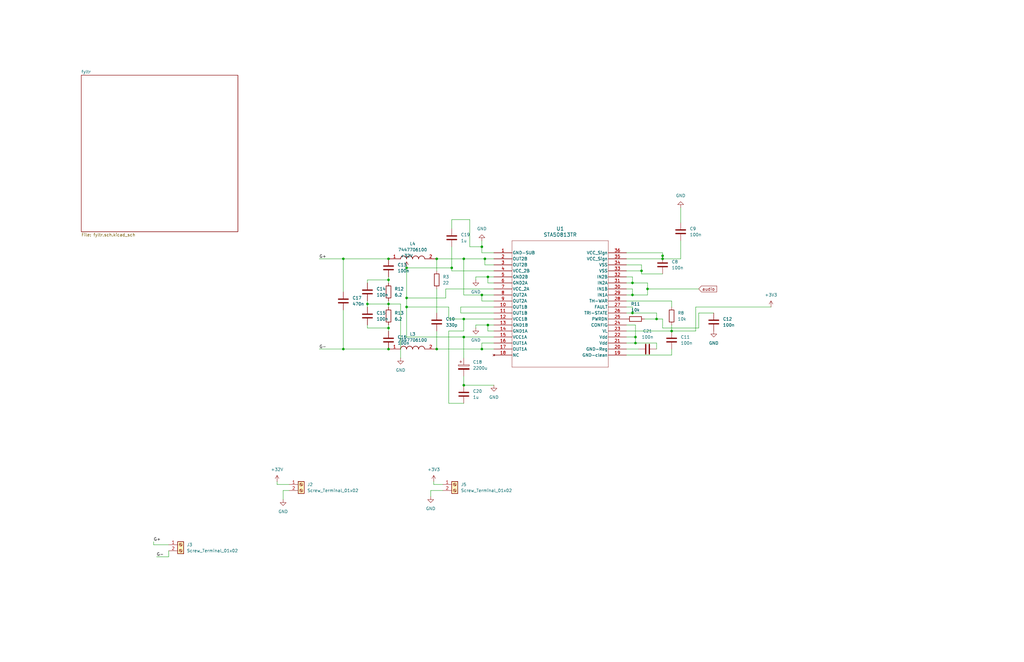
<source format=kicad_sch>
(kicad_sch
	(version 20231120)
	(generator "eeschema")
	(generator_version "8.0")
	(uuid "775683e1-fe23-4f16-8a19-3b8349fd81b1")
	(paper "B")
	(lib_symbols
		(symbol "2024-11-27_12-22-18:STA50813TR"
			(pin_names
				(offset 0.254)
			)
			(exclude_from_sim no)
			(in_bom yes)
			(on_board yes)
			(property "Reference" "U"
				(at 27.94 10.16 0)
				(effects
					(font
						(size 1.524 1.524)
					)
				)
			)
			(property "Value" "STA50813TR"
				(at 27.94 7.62 0)
				(effects
					(font
						(size 1.524 1.524)
					)
				)
			)
			(property "Footprint" "SO_50813TR_STM"
				(at 0 0 0)
				(effects
					(font
						(size 1.27 1.27)
						(italic yes)
					)
					(hide yes)
				)
			)
			(property "Datasheet" "STA50813TR"
				(at 0 0 0)
				(effects
					(font
						(size 1.27 1.27)
						(italic yes)
					)
					(hide yes)
				)
			)
			(property "Description" ""
				(at 0 0 0)
				(effects
					(font
						(size 1.27 1.27)
					)
					(hide yes)
				)
			)
			(property "ki_locked" ""
				(at 0 0 0)
				(effects
					(font
						(size 1.27 1.27)
					)
				)
			)
			(property "ki_keywords" "STA50813TR"
				(at 0 0 0)
				(effects
					(font
						(size 1.27 1.27)
					)
					(hide yes)
				)
			)
			(property "ki_fp_filters" "SO_50813TR_STM SO_50813TR_STM-M SO_50813TR_STM-L"
				(at 0 0 0)
				(effects
					(font
						(size 1.27 1.27)
					)
					(hide yes)
				)
			)
			(symbol "STA50813TR_0_1"
				(polyline
					(pts
						(xy 7.62 -48.26) (xy 48.26 -48.26)
					)
					(stroke
						(width 0.127)
						(type default)
					)
					(fill
						(type none)
					)
				)
				(polyline
					(pts
						(xy 7.62 5.08) (xy 7.62 -48.26)
					)
					(stroke
						(width 0.127)
						(type default)
					)
					(fill
						(type none)
					)
				)
				(polyline
					(pts
						(xy 48.26 -48.26) (xy 48.26 5.08)
					)
					(stroke
						(width 0.127)
						(type default)
					)
					(fill
						(type none)
					)
				)
				(polyline
					(pts
						(xy 48.26 5.08) (xy 7.62 5.08)
					)
					(stroke
						(width 0.127)
						(type default)
					)
					(fill
						(type none)
					)
				)
				(pin power_out line
					(at 0 0 0)
					(length 7.62)
					(name "GND-SUB"
						(effects
							(font
								(size 1.27 1.27)
							)
						)
					)
					(number "1"
						(effects
							(font
								(size 1.27 1.27)
							)
						)
					)
				)
				(pin output line
					(at 0 -22.86 0)
					(length 7.62)
					(name "OUT1B"
						(effects
							(font
								(size 1.27 1.27)
							)
						)
					)
					(number "10"
						(effects
							(font
								(size 1.27 1.27)
							)
						)
					)
				)
				(pin output line
					(at 0 -25.4 0)
					(length 7.62)
					(name "OUT1B"
						(effects
							(font
								(size 1.27 1.27)
							)
						)
					)
					(number "11"
						(effects
							(font
								(size 1.27 1.27)
							)
						)
					)
				)
				(pin power_in line
					(at 0 -27.94 0)
					(length 7.62)
					(name "VCC1B"
						(effects
							(font
								(size 1.27 1.27)
							)
						)
					)
					(number "12"
						(effects
							(font
								(size 1.27 1.27)
							)
						)
					)
				)
				(pin power_out line
					(at 0 -30.48 0)
					(length 7.62)
					(name "GND1B"
						(effects
							(font
								(size 1.27 1.27)
							)
						)
					)
					(number "13"
						(effects
							(font
								(size 1.27 1.27)
							)
						)
					)
				)
				(pin power_out line
					(at 0 -33.02 0)
					(length 7.62)
					(name "GND1A"
						(effects
							(font
								(size 1.27 1.27)
							)
						)
					)
					(number "14"
						(effects
							(font
								(size 1.27 1.27)
							)
						)
					)
				)
				(pin power_in line
					(at 0 -35.56 0)
					(length 7.62)
					(name "VCC1A"
						(effects
							(font
								(size 1.27 1.27)
							)
						)
					)
					(number "15"
						(effects
							(font
								(size 1.27 1.27)
							)
						)
					)
				)
				(pin output line
					(at 0 -38.1 0)
					(length 7.62)
					(name "OUT1A"
						(effects
							(font
								(size 1.27 1.27)
							)
						)
					)
					(number "16"
						(effects
							(font
								(size 1.27 1.27)
							)
						)
					)
				)
				(pin output line
					(at 0 -40.64 0)
					(length 7.62)
					(name "OUT1A"
						(effects
							(font
								(size 1.27 1.27)
							)
						)
					)
					(number "17"
						(effects
							(font
								(size 1.27 1.27)
							)
						)
					)
				)
				(pin no_connect line
					(at 0 -43.18 0)
					(length 7.62)
					(name "NC"
						(effects
							(font
								(size 1.27 1.27)
							)
						)
					)
					(number "18"
						(effects
							(font
								(size 1.27 1.27)
							)
						)
					)
				)
				(pin power_out line
					(at 55.88 -43.18 180)
					(length 7.62)
					(name "GND-clean"
						(effects
							(font
								(size 1.27 1.27)
							)
						)
					)
					(number "19"
						(effects
							(font
								(size 1.27 1.27)
							)
						)
					)
				)
				(pin output line
					(at 0 -2.54 0)
					(length 7.62)
					(name "OUT2B"
						(effects
							(font
								(size 1.27 1.27)
							)
						)
					)
					(number "2"
						(effects
							(font
								(size 1.27 1.27)
							)
						)
					)
				)
				(pin power_out line
					(at 55.88 -40.64 180)
					(length 7.62)
					(name "GND-Reg"
						(effects
							(font
								(size 1.27 1.27)
							)
						)
					)
					(number "20"
						(effects
							(font
								(size 1.27 1.27)
							)
						)
					)
				)
				(pin power_in line
					(at 55.88 -38.1 180)
					(length 7.62)
					(name "Vdd"
						(effects
							(font
								(size 1.27 1.27)
							)
						)
					)
					(number "21"
						(effects
							(font
								(size 1.27 1.27)
							)
						)
					)
				)
				(pin power_in line
					(at 55.88 -35.56 180)
					(length 7.62)
					(name "Vdd"
						(effects
							(font
								(size 1.27 1.27)
							)
						)
					)
					(number "22"
						(effects
							(font
								(size 1.27 1.27)
							)
						)
					)
				)
				(pin unspecified line
					(at 55.88 -33.02 180)
					(length 7.62)
					(name "VL"
						(effects
							(font
								(size 1.27 1.27)
							)
						)
					)
					(number "23"
						(effects
							(font
								(size 1.27 1.27)
							)
						)
					)
				)
				(pin unspecified line
					(at 55.88 -30.48 180)
					(length 7.62)
					(name "CONFIG"
						(effects
							(font
								(size 1.27 1.27)
							)
						)
					)
					(number "24"
						(effects
							(font
								(size 1.27 1.27)
							)
						)
					)
				)
				(pin unspecified line
					(at 55.88 -27.94 180)
					(length 7.62)
					(name "PWRDN"
						(effects
							(font
								(size 1.27 1.27)
							)
						)
					)
					(number "25"
						(effects
							(font
								(size 1.27 1.27)
							)
						)
					)
				)
				(pin unspecified line
					(at 55.88 -25.4 180)
					(length 7.62)
					(name "TRI-STATE"
						(effects
							(font
								(size 1.27 1.27)
							)
						)
					)
					(number "26"
						(effects
							(font
								(size 1.27 1.27)
							)
						)
					)
				)
				(pin unspecified line
					(at 55.88 -22.86 180)
					(length 7.62)
					(name "FAULT"
						(effects
							(font
								(size 1.27 1.27)
							)
						)
					)
					(number "27"
						(effects
							(font
								(size 1.27 1.27)
							)
						)
					)
				)
				(pin unspecified line
					(at 55.88 -20.32 180)
					(length 7.62)
					(name "TH-WAR"
						(effects
							(font
								(size 1.27 1.27)
							)
						)
					)
					(number "28"
						(effects
							(font
								(size 1.27 1.27)
							)
						)
					)
				)
				(pin input line
					(at 55.88 -17.78 180)
					(length 7.62)
					(name "IN1A"
						(effects
							(font
								(size 1.27 1.27)
							)
						)
					)
					(number "29"
						(effects
							(font
								(size 1.27 1.27)
							)
						)
					)
				)
				(pin output line
					(at 0 -5.08 0)
					(length 7.62)
					(name "OUT2B"
						(effects
							(font
								(size 1.27 1.27)
							)
						)
					)
					(number "3"
						(effects
							(font
								(size 1.27 1.27)
							)
						)
					)
				)
				(pin input line
					(at 55.88 -15.24 180)
					(length 7.62)
					(name "IN1B"
						(effects
							(font
								(size 1.27 1.27)
							)
						)
					)
					(number "30"
						(effects
							(font
								(size 1.27 1.27)
							)
						)
					)
				)
				(pin input line
					(at 55.88 -12.7 180)
					(length 7.62)
					(name "IN2A"
						(effects
							(font
								(size 1.27 1.27)
							)
						)
					)
					(number "31"
						(effects
							(font
								(size 1.27 1.27)
							)
						)
					)
				)
				(pin input line
					(at 55.88 -10.16 180)
					(length 7.62)
					(name "IN2B"
						(effects
							(font
								(size 1.27 1.27)
							)
						)
					)
					(number "32"
						(effects
							(font
								(size 1.27 1.27)
							)
						)
					)
				)
				(pin power_out line
					(at 55.88 -7.62 180)
					(length 7.62)
					(name "VSS"
						(effects
							(font
								(size 1.27 1.27)
							)
						)
					)
					(number "33"
						(effects
							(font
								(size 1.27 1.27)
							)
						)
					)
				)
				(pin power_out line
					(at 55.88 -5.08 180)
					(length 7.62)
					(name "VSS"
						(effects
							(font
								(size 1.27 1.27)
							)
						)
					)
					(number "34"
						(effects
							(font
								(size 1.27 1.27)
							)
						)
					)
				)
				(pin power_in line
					(at 55.88 -2.54 180)
					(length 7.62)
					(name "VCC_Sign"
						(effects
							(font
								(size 1.27 1.27)
							)
						)
					)
					(number "35"
						(effects
							(font
								(size 1.27 1.27)
							)
						)
					)
				)
				(pin power_in line
					(at 55.88 0 180)
					(length 7.62)
					(name "VCC_Sign"
						(effects
							(font
								(size 1.27 1.27)
							)
						)
					)
					(number "36"
						(effects
							(font
								(size 1.27 1.27)
							)
						)
					)
				)
				(pin power_in line
					(at 0 -7.62 0)
					(length 7.62)
					(name "VCC_2B"
						(effects
							(font
								(size 1.27 1.27)
							)
						)
					)
					(number "4"
						(effects
							(font
								(size 1.27 1.27)
							)
						)
					)
				)
				(pin power_out line
					(at 0 -10.16 0)
					(length 7.62)
					(name "GND2B"
						(effects
							(font
								(size 1.27 1.27)
							)
						)
					)
					(number "5"
						(effects
							(font
								(size 1.27 1.27)
							)
						)
					)
				)
				(pin power_out line
					(at 0 -12.7 0)
					(length 7.62)
					(name "GND2A"
						(effects
							(font
								(size 1.27 1.27)
							)
						)
					)
					(number "6"
						(effects
							(font
								(size 1.27 1.27)
							)
						)
					)
				)
				(pin power_in line
					(at 0 -15.24 0)
					(length 7.62)
					(name "VCC_2A"
						(effects
							(font
								(size 1.27 1.27)
							)
						)
					)
					(number "7"
						(effects
							(font
								(size 1.27 1.27)
							)
						)
					)
				)
				(pin output line
					(at 0 -17.78 0)
					(length 7.62)
					(name "OUT2A"
						(effects
							(font
								(size 1.27 1.27)
							)
						)
					)
					(number "8"
						(effects
							(font
								(size 1.27 1.27)
							)
						)
					)
				)
				(pin output line
					(at 0 -20.32 0)
					(length 7.62)
					(name "OUT2A"
						(effects
							(font
								(size 1.27 1.27)
							)
						)
					)
					(number "9"
						(effects
							(font
								(size 1.27 1.27)
							)
						)
					)
				)
			)
		)
		(symbol "Connector:Screw_Terminal_01x02"
			(pin_names
				(offset 1.016) hide)
			(exclude_from_sim no)
			(in_bom yes)
			(on_board yes)
			(property "Reference" "J"
				(at 0 2.54 0)
				(effects
					(font
						(size 1.27 1.27)
					)
				)
			)
			(property "Value" "Screw_Terminal_01x02"
				(at 0 -5.08 0)
				(effects
					(font
						(size 1.27 1.27)
					)
				)
			)
			(property "Footprint" ""
				(at 0 0 0)
				(effects
					(font
						(size 1.27 1.27)
					)
					(hide yes)
				)
			)
			(property "Datasheet" "~"
				(at 0 0 0)
				(effects
					(font
						(size 1.27 1.27)
					)
					(hide yes)
				)
			)
			(property "Description" "Generic screw terminal, single row, 01x02, script generated (kicad-library-utils/schlib/autogen/connector/)"
				(at 0 0 0)
				(effects
					(font
						(size 1.27 1.27)
					)
					(hide yes)
				)
			)
			(property "ki_keywords" "screw terminal"
				(at 0 0 0)
				(effects
					(font
						(size 1.27 1.27)
					)
					(hide yes)
				)
			)
			(property "ki_fp_filters" "TerminalBlock*:*"
				(at 0 0 0)
				(effects
					(font
						(size 1.27 1.27)
					)
					(hide yes)
				)
			)
			(symbol "Screw_Terminal_01x02_1_1"
				(rectangle
					(start -1.27 1.27)
					(end 1.27 -3.81)
					(stroke
						(width 0.254)
						(type default)
					)
					(fill
						(type background)
					)
				)
				(circle
					(center 0 -2.54)
					(radius 0.635)
					(stroke
						(width 0.1524)
						(type default)
					)
					(fill
						(type none)
					)
				)
				(polyline
					(pts
						(xy -0.5334 -2.2098) (xy 0.3302 -3.048)
					)
					(stroke
						(width 0.1524)
						(type default)
					)
					(fill
						(type none)
					)
				)
				(polyline
					(pts
						(xy -0.5334 0.3302) (xy 0.3302 -0.508)
					)
					(stroke
						(width 0.1524)
						(type default)
					)
					(fill
						(type none)
					)
				)
				(polyline
					(pts
						(xy -0.3556 -2.032) (xy 0.508 -2.8702)
					)
					(stroke
						(width 0.1524)
						(type default)
					)
					(fill
						(type none)
					)
				)
				(polyline
					(pts
						(xy -0.3556 0.508) (xy 0.508 -0.3302)
					)
					(stroke
						(width 0.1524)
						(type default)
					)
					(fill
						(type none)
					)
				)
				(circle
					(center 0 0)
					(radius 0.635)
					(stroke
						(width 0.1524)
						(type default)
					)
					(fill
						(type none)
					)
				)
				(pin passive line
					(at -5.08 0 0)
					(length 3.81)
					(name "Pin_1"
						(effects
							(font
								(size 1.27 1.27)
							)
						)
					)
					(number "1"
						(effects
							(font
								(size 1.27 1.27)
							)
						)
					)
				)
				(pin passive line
					(at -5.08 -2.54 0)
					(length 3.81)
					(name "Pin_2"
						(effects
							(font
								(size 1.27 1.27)
							)
						)
					)
					(number "2"
						(effects
							(font
								(size 1.27 1.27)
							)
						)
					)
				)
			)
		)
		(symbol "Device:C"
			(pin_numbers hide)
			(pin_names
				(offset 0.254)
			)
			(exclude_from_sim no)
			(in_bom yes)
			(on_board yes)
			(property "Reference" "C"
				(at 0.635 2.54 0)
				(effects
					(font
						(size 1.27 1.27)
					)
					(justify left)
				)
			)
			(property "Value" "C"
				(at 0.635 -2.54 0)
				(effects
					(font
						(size 1.27 1.27)
					)
					(justify left)
				)
			)
			(property "Footprint" ""
				(at 0.9652 -3.81 0)
				(effects
					(font
						(size 1.27 1.27)
					)
					(hide yes)
				)
			)
			(property "Datasheet" "~"
				(at 0 0 0)
				(effects
					(font
						(size 1.27 1.27)
					)
					(hide yes)
				)
			)
			(property "Description" "Unpolarized capacitor"
				(at 0 0 0)
				(effects
					(font
						(size 1.27 1.27)
					)
					(hide yes)
				)
			)
			(property "ki_keywords" "cap capacitor"
				(at 0 0 0)
				(effects
					(font
						(size 1.27 1.27)
					)
					(hide yes)
				)
			)
			(property "ki_fp_filters" "C_*"
				(at 0 0 0)
				(effects
					(font
						(size 1.27 1.27)
					)
					(hide yes)
				)
			)
			(symbol "C_0_1"
				(polyline
					(pts
						(xy -2.032 -0.762) (xy 2.032 -0.762)
					)
					(stroke
						(width 0.508)
						(type default)
					)
					(fill
						(type none)
					)
				)
				(polyline
					(pts
						(xy -2.032 0.762) (xy 2.032 0.762)
					)
					(stroke
						(width 0.508)
						(type default)
					)
					(fill
						(type none)
					)
				)
			)
			(symbol "C_1_1"
				(pin passive line
					(at 0 3.81 270)
					(length 2.794)
					(name "~"
						(effects
							(font
								(size 1.27 1.27)
							)
						)
					)
					(number "1"
						(effects
							(font
								(size 1.27 1.27)
							)
						)
					)
				)
				(pin passive line
					(at 0 -3.81 90)
					(length 2.794)
					(name "~"
						(effects
							(font
								(size 1.27 1.27)
							)
						)
					)
					(number "2"
						(effects
							(font
								(size 1.27 1.27)
							)
						)
					)
				)
			)
		)
		(symbol "Device:C_Polarized"
			(pin_numbers hide)
			(pin_names
				(offset 0.254)
			)
			(exclude_from_sim no)
			(in_bom yes)
			(on_board yes)
			(property "Reference" "C"
				(at 0.635 2.54 0)
				(effects
					(font
						(size 1.27 1.27)
					)
					(justify left)
				)
			)
			(property "Value" "C_Polarized"
				(at 0.635 -2.54 0)
				(effects
					(font
						(size 1.27 1.27)
					)
					(justify left)
				)
			)
			(property "Footprint" ""
				(at 0.9652 -3.81 0)
				(effects
					(font
						(size 1.27 1.27)
					)
					(hide yes)
				)
			)
			(property "Datasheet" "~"
				(at 0 0 0)
				(effects
					(font
						(size 1.27 1.27)
					)
					(hide yes)
				)
			)
			(property "Description" "Polarized capacitor"
				(at 0 0 0)
				(effects
					(font
						(size 1.27 1.27)
					)
					(hide yes)
				)
			)
			(property "ki_keywords" "cap capacitor"
				(at 0 0 0)
				(effects
					(font
						(size 1.27 1.27)
					)
					(hide yes)
				)
			)
			(property "ki_fp_filters" "CP_*"
				(at 0 0 0)
				(effects
					(font
						(size 1.27 1.27)
					)
					(hide yes)
				)
			)
			(symbol "C_Polarized_0_1"
				(rectangle
					(start -2.286 0.508)
					(end 2.286 1.016)
					(stroke
						(width 0)
						(type default)
					)
					(fill
						(type none)
					)
				)
				(polyline
					(pts
						(xy -1.778 2.286) (xy -0.762 2.286)
					)
					(stroke
						(width 0)
						(type default)
					)
					(fill
						(type none)
					)
				)
				(polyline
					(pts
						(xy -1.27 2.794) (xy -1.27 1.778)
					)
					(stroke
						(width 0)
						(type default)
					)
					(fill
						(type none)
					)
				)
				(rectangle
					(start 2.286 -0.508)
					(end -2.286 -1.016)
					(stroke
						(width 0)
						(type default)
					)
					(fill
						(type outline)
					)
				)
			)
			(symbol "C_Polarized_1_1"
				(pin passive line
					(at 0 3.81 270)
					(length 2.794)
					(name "~"
						(effects
							(font
								(size 1.27 1.27)
							)
						)
					)
					(number "1"
						(effects
							(font
								(size 1.27 1.27)
							)
						)
					)
				)
				(pin passive line
					(at 0 -3.81 90)
					(length 2.794)
					(name "~"
						(effects
							(font
								(size 1.27 1.27)
							)
						)
					)
					(number "2"
						(effects
							(font
								(size 1.27 1.27)
							)
						)
					)
				)
			)
		)
		(symbol "Device:R"
			(pin_numbers hide)
			(pin_names
				(offset 0)
			)
			(exclude_from_sim no)
			(in_bom yes)
			(on_board yes)
			(property "Reference" "R"
				(at 2.032 0 90)
				(effects
					(font
						(size 1.27 1.27)
					)
				)
			)
			(property "Value" "R"
				(at 0 0 90)
				(effects
					(font
						(size 1.27 1.27)
					)
				)
			)
			(property "Footprint" ""
				(at -1.778 0 90)
				(effects
					(font
						(size 1.27 1.27)
					)
					(hide yes)
				)
			)
			(property "Datasheet" "~"
				(at 0 0 0)
				(effects
					(font
						(size 1.27 1.27)
					)
					(hide yes)
				)
			)
			(property "Description" "Resistor"
				(at 0 0 0)
				(effects
					(font
						(size 1.27 1.27)
					)
					(hide yes)
				)
			)
			(property "ki_keywords" "R res resistor"
				(at 0 0 0)
				(effects
					(font
						(size 1.27 1.27)
					)
					(hide yes)
				)
			)
			(property "ki_fp_filters" "R_*"
				(at 0 0 0)
				(effects
					(font
						(size 1.27 1.27)
					)
					(hide yes)
				)
			)
			(symbol "R_0_1"
				(rectangle
					(start -1.016 -2.54)
					(end 1.016 2.54)
					(stroke
						(width 0.254)
						(type default)
					)
					(fill
						(type none)
					)
				)
			)
			(symbol "R_1_1"
				(pin passive line
					(at 0 3.81 270)
					(length 1.27)
					(name "~"
						(effects
							(font
								(size 1.27 1.27)
							)
						)
					)
					(number "1"
						(effects
							(font
								(size 1.27 1.27)
							)
						)
					)
				)
				(pin passive line
					(at 0 -3.81 90)
					(length 1.27)
					(name "~"
						(effects
							(font
								(size 1.27 1.27)
							)
						)
					)
					(number "2"
						(effects
							(font
								(size 1.27 1.27)
							)
						)
					)
				)
			)
		)
		(symbol "SamacSys_Parts:7447706100"
			(pin_names hide)
			(exclude_from_sim no)
			(in_bom yes)
			(on_board yes)
			(property "Reference" "L"
				(at 16.51 6.35 0)
				(effects
					(font
						(size 1.27 1.27)
					)
					(justify left top)
				)
			)
			(property "Value" "7447706100"
				(at 16.51 3.81 0)
				(effects
					(font
						(size 1.27 1.27)
					)
					(justify left top)
				)
			)
			(property "Footprint" "7447706100"
				(at 16.51 -96.19 0)
				(effects
					(font
						(size 1.27 1.27)
					)
					(justify left top)
					(hide yes)
				)
			)
			(property "Datasheet" "https://www.we-online.de/katalog/datasheet/7447706100.pdf"
				(at 16.51 -196.19 0)
				(effects
					(font
						(size 1.27 1.27)
					)
					(justify left top)
					(hide yes)
				)
			)
			(property "Description" "WURTH ELEKTRONIK - 7447706100 - Power Inductor (SMD), AEC-Q200, 10 H, 5.8 A, Shielded, 7.8 A, WE-PD Series, 12mm x 12mm x 6mm"
				(at 0 0 0)
				(effects
					(font
						(size 1.27 1.27)
					)
					(hide yes)
				)
			)
			(property "Height" "6"
				(at 16.51 -396.19 0)
				(effects
					(font
						(size 1.27 1.27)
					)
					(justify left top)
					(hide yes)
				)
			)
			(property "Mouser Part Number" "710-7447706100"
				(at 16.51 -496.19 0)
				(effects
					(font
						(size 1.27 1.27)
					)
					(justify left top)
					(hide yes)
				)
			)
			(property "Mouser Price/Stock" "https://www.mouser.co.uk/ProductDetail/Wurth-Elektronik/7447706100?qs=GBLSl2Akirvv0ht3Xi9gjA%3D%3D"
				(at 16.51 -596.19 0)
				(effects
					(font
						(size 1.27 1.27)
					)
					(justify left top)
					(hide yes)
				)
			)
			(property "Manufacturer_Name" "Wurth Elektronik"
				(at 16.51 -696.19 0)
				(effects
					(font
						(size 1.27 1.27)
					)
					(justify left top)
					(hide yes)
				)
			)
			(property "Manufacturer_Part_Number" "7447706100"
				(at 16.51 -796.19 0)
				(effects
					(font
						(size 1.27 1.27)
					)
					(justify left top)
					(hide yes)
				)
			)
			(symbol "7447706100_1_1"
				(arc
					(start 7.62 0)
					(mid 6.35 1.219)
					(end 5.08 0)
					(stroke
						(width 0.254)
						(type default)
					)
					(fill
						(type none)
					)
				)
				(arc
					(start 10.16 0)
					(mid 8.89 1.219)
					(end 7.62 0)
					(stroke
						(width 0.254)
						(type default)
					)
					(fill
						(type none)
					)
				)
				(arc
					(start 12.7 0)
					(mid 11.43 1.219)
					(end 10.16 0)
					(stroke
						(width 0.254)
						(type default)
					)
					(fill
						(type none)
					)
				)
				(arc
					(start 15.24 0)
					(mid 13.97 1.219)
					(end 12.7 0)
					(stroke
						(width 0.254)
						(type default)
					)
					(fill
						(type none)
					)
				)
				(pin passive line
					(at 0 0 0)
					(length 5.08)
					(name "1"
						(effects
							(font
								(size 1.27 1.27)
							)
						)
					)
					(number "1"
						(effects
							(font
								(size 1.27 1.27)
							)
						)
					)
				)
				(pin passive line
					(at 20.32 0 180)
					(length 5.08)
					(name "2"
						(effects
							(font
								(size 1.27 1.27)
							)
						)
					)
					(number "2"
						(effects
							(font
								(size 1.27 1.27)
							)
						)
					)
				)
			)
		)
		(symbol "power:+36V"
			(power)
			(pin_numbers hide)
			(pin_names
				(offset 0) hide)
			(exclude_from_sim no)
			(in_bom yes)
			(on_board yes)
			(property "Reference" "#PWR"
				(at 0 -3.81 0)
				(effects
					(font
						(size 1.27 1.27)
					)
					(hide yes)
				)
			)
			(property "Value" "+36V"
				(at 0 3.556 0)
				(effects
					(font
						(size 1.27 1.27)
					)
				)
			)
			(property "Footprint" ""
				(at 0 0 0)
				(effects
					(font
						(size 1.27 1.27)
					)
					(hide yes)
				)
			)
			(property "Datasheet" ""
				(at 0 0 0)
				(effects
					(font
						(size 1.27 1.27)
					)
					(hide yes)
				)
			)
			(property "Description" "Power symbol creates a global label with name \"+36V\""
				(at 0 0 0)
				(effects
					(font
						(size 1.27 1.27)
					)
					(hide yes)
				)
			)
			(property "ki_keywords" "global power"
				(at 0 0 0)
				(effects
					(font
						(size 1.27 1.27)
					)
					(hide yes)
				)
			)
			(symbol "+36V_0_1"
				(polyline
					(pts
						(xy -0.762 1.27) (xy 0 2.54)
					)
					(stroke
						(width 0)
						(type default)
					)
					(fill
						(type none)
					)
				)
				(polyline
					(pts
						(xy 0 0) (xy 0 2.54)
					)
					(stroke
						(width 0)
						(type default)
					)
					(fill
						(type none)
					)
				)
				(polyline
					(pts
						(xy 0 2.54) (xy 0.762 1.27)
					)
					(stroke
						(width 0)
						(type default)
					)
					(fill
						(type none)
					)
				)
			)
			(symbol "+36V_1_1"
				(pin power_in line
					(at 0 0 90)
					(length 0)
					(name "~"
						(effects
							(font
								(size 1.27 1.27)
							)
						)
					)
					(number "1"
						(effects
							(font
								(size 1.27 1.27)
							)
						)
					)
				)
			)
		)
		(symbol "power:+3V3"
			(power)
			(pin_numbers hide)
			(pin_names
				(offset 0) hide)
			(exclude_from_sim no)
			(in_bom yes)
			(on_board yes)
			(property "Reference" "#PWR"
				(at 0 -3.81 0)
				(effects
					(font
						(size 1.27 1.27)
					)
					(hide yes)
				)
			)
			(property "Value" "+3V3"
				(at 0 3.556 0)
				(effects
					(font
						(size 1.27 1.27)
					)
				)
			)
			(property "Footprint" ""
				(at 0 0 0)
				(effects
					(font
						(size 1.27 1.27)
					)
					(hide yes)
				)
			)
			(property "Datasheet" ""
				(at 0 0 0)
				(effects
					(font
						(size 1.27 1.27)
					)
					(hide yes)
				)
			)
			(property "Description" "Power symbol creates a global label with name \"+3V3\""
				(at 0 0 0)
				(effects
					(font
						(size 1.27 1.27)
					)
					(hide yes)
				)
			)
			(property "ki_keywords" "global power"
				(at 0 0 0)
				(effects
					(font
						(size 1.27 1.27)
					)
					(hide yes)
				)
			)
			(symbol "+3V3_0_1"
				(polyline
					(pts
						(xy -0.762 1.27) (xy 0 2.54)
					)
					(stroke
						(width 0)
						(type default)
					)
					(fill
						(type none)
					)
				)
				(polyline
					(pts
						(xy 0 0) (xy 0 2.54)
					)
					(stroke
						(width 0)
						(type default)
					)
					(fill
						(type none)
					)
				)
				(polyline
					(pts
						(xy 0 2.54) (xy 0.762 1.27)
					)
					(stroke
						(width 0)
						(type default)
					)
					(fill
						(type none)
					)
				)
			)
			(symbol "+3V3_1_1"
				(pin power_in line
					(at 0 0 90)
					(length 0)
					(name "~"
						(effects
							(font
								(size 1.27 1.27)
							)
						)
					)
					(number "1"
						(effects
							(font
								(size 1.27 1.27)
							)
						)
					)
				)
			)
		)
		(symbol "power:GND"
			(power)
			(pin_numbers hide)
			(pin_names
				(offset 0) hide)
			(exclude_from_sim no)
			(in_bom yes)
			(on_board yes)
			(property "Reference" "#PWR"
				(at 0 -6.35 0)
				(effects
					(font
						(size 1.27 1.27)
					)
					(hide yes)
				)
			)
			(property "Value" "GND"
				(at 0 -3.81 0)
				(effects
					(font
						(size 1.27 1.27)
					)
				)
			)
			(property "Footprint" ""
				(at 0 0 0)
				(effects
					(font
						(size 1.27 1.27)
					)
					(hide yes)
				)
			)
			(property "Datasheet" ""
				(at 0 0 0)
				(effects
					(font
						(size 1.27 1.27)
					)
					(hide yes)
				)
			)
			(property "Description" "Power symbol creates a global label with name \"GND\" , ground"
				(at 0 0 0)
				(effects
					(font
						(size 1.27 1.27)
					)
					(hide yes)
				)
			)
			(property "ki_keywords" "global power"
				(at 0 0 0)
				(effects
					(font
						(size 1.27 1.27)
					)
					(hide yes)
				)
			)
			(symbol "GND_0_1"
				(polyline
					(pts
						(xy 0 0) (xy 0 -1.27) (xy 1.27 -1.27) (xy 0 -2.54) (xy -1.27 -1.27) (xy 0 -1.27)
					)
					(stroke
						(width 0)
						(type default)
					)
					(fill
						(type none)
					)
				)
			)
			(symbol "GND_1_1"
				(pin power_in line
					(at 0 0 270)
					(length 0)
					(name "~"
						(effects
							(font
								(size 1.27 1.27)
							)
						)
					)
					(number "1"
						(effects
							(font
								(size 1.27 1.27)
							)
						)
					)
				)
			)
		)
	)
	(junction
		(at 163.83 138.43)
		(diameter 0)
		(color 0 0 0 0)
		(uuid "0bae2517-127b-437c-bf36-e7d6c7c89b0f")
	)
	(junction
		(at 279.4 107.95)
		(diameter 0)
		(color 0 0 0 0)
		(uuid "13ffe859-0077-49c9-b404-f072eb75e03d")
	)
	(junction
		(at 171.45 125.73)
		(diameter 0)
		(color 0 0 0 0)
		(uuid "16033e2f-4142-4ad7-bbfa-05714064f37c")
	)
	(junction
		(at 267.97 144.78)
		(diameter 0)
		(color 0 0 0 0)
		(uuid "34ca36fa-09fc-4bd5-aef0-b28f79423a03")
	)
	(junction
		(at 184.15 147.32)
		(diameter 0)
		(color 0 0 0 0)
		(uuid "392029a9-4445-45a7-8f0f-ddece478d2bb")
	)
	(junction
		(at 204.47 109.22)
		(diameter 0)
		(color 0 0 0 0)
		(uuid "3b773925-a4ee-4397-a360-bde799a528db")
	)
	(junction
		(at 171.45 129.54)
		(diameter 0)
		(color 0 0 0 0)
		(uuid "477fdc7f-b811-46c4-8426-5ceb3c003181")
	)
	(junction
		(at 205.74 116.84)
		(diameter 0)
		(color 0 0 0 0)
		(uuid "58b39db3-ea77-4b12-b147-175083555a06")
	)
	(junction
		(at 279.4 109.22)
		(diameter 0)
		(color 0 0 0 0)
		(uuid "65f6b904-c7ff-43f5-b7a9-7f1bcdd9bb12")
	)
	(junction
		(at 195.58 162.56)
		(diameter 0)
		(color 0 0 0 0)
		(uuid "6851f77f-9bfd-4c7e-beaf-5b8b8660e419")
	)
	(junction
		(at 163.83 147.32)
		(diameter 0)
		(color 0 0 0 0)
		(uuid "69718c2b-0287-433b-996d-09fa1bd4fb30")
	)
	(junction
		(at 266.7 124.46)
		(diameter 0)
		(color 0 0 0 0)
		(uuid "702fc975-a70e-440f-9f79-faa5c99a15f2")
	)
	(junction
		(at 203.2 104.14)
		(diameter 0)
		(color 0 0 0 0)
		(uuid "7269a652-7930-4192-b92f-9d443678d03f")
	)
	(junction
		(at 184.15 109.22)
		(diameter 0)
		(color 0 0 0 0)
		(uuid "760a6cc7-f2d1-4be0-b3ff-127a05544fc7")
	)
	(junction
		(at 195.58 134.62)
		(diameter 0)
		(color 0 0 0 0)
		(uuid "7d7136be-56aa-4370-95a9-3e305ac0aa85")
	)
	(junction
		(at 144.78 147.32)
		(diameter 0)
		(color 0 0 0 0)
		(uuid "811f647e-8a65-4e3a-a790-9a52f6ddf972")
	)
	(junction
		(at 163.83 128.27)
		(diameter 0)
		(color 0 0 0 0)
		(uuid "82712257-ec58-49c0-bb03-2093f7e0f316")
	)
	(junction
		(at 154.94 128.27)
		(diameter 0)
		(color 0 0 0 0)
		(uuid "8a557877-de15-4d67-8721-f4ac0ababcf5")
	)
	(junction
		(at 171.45 113.03)
		(diameter 0)
		(color 0 0 0 0)
		(uuid "8cb1ff33-3df4-4791-a74f-fc7314aaf160")
	)
	(junction
		(at 267.97 142.24)
		(diameter 0)
		(color 0 0 0 0)
		(uuid "9ea718b6-2440-4423-ba6b-21b5d9626cac")
	)
	(junction
		(at 270.51 114.3)
		(diameter 0)
		(color 0 0 0 0)
		(uuid "b1c2a3bb-e617-48b1-8016-8f9eb8032507")
	)
	(junction
		(at 203.2 124.46)
		(diameter 0)
		(color 0 0 0 0)
		(uuid "b63b5d65-7aac-40d9-8a78-62890d1852e8")
	)
	(junction
		(at 276.86 134.62)
		(diameter 0)
		(color 0 0 0 0)
		(uuid "b859ef32-2705-48f3-8489-595882bab3c9")
	)
	(junction
		(at 195.58 109.22)
		(diameter 0)
		(color 0 0 0 0)
		(uuid "bd26eae0-3bc3-4da3-a609-b8592c3b9db6")
	)
	(junction
		(at 266.7 132.08)
		(diameter 0)
		(color 0 0 0 0)
		(uuid "c2809b92-8dda-4eed-9831-304c75000a97")
	)
	(junction
		(at 144.78 109.22)
		(diameter 0)
		(color 0 0 0 0)
		(uuid "c37380d5-a3b9-46a0-a755-6403d47c457b")
	)
	(junction
		(at 266.7 119.38)
		(diameter 0)
		(color 0 0 0 0)
		(uuid "c37c0db5-2196-44f2-8a6c-7d81d544c88c")
	)
	(junction
		(at 283.21 139.7)
		(diameter 0)
		(color 0 0 0 0)
		(uuid "c3b30070-c931-4587-84f5-263d7643a32f")
	)
	(junction
		(at 163.83 118.11)
		(diameter 0)
		(color 0 0 0 0)
		(uuid "d5483a69-b8b1-40da-91ee-4455a978e702")
	)
	(junction
		(at 205.74 137.16)
		(diameter 0)
		(color 0 0 0 0)
		(uuid "e312958e-ba65-4d8d-9979-97119efc827f")
	)
	(junction
		(at 203.2 147.32)
		(diameter 0)
		(color 0 0 0 0)
		(uuid "e42dce5d-9938-46e9-96da-529d12228d9f")
	)
	(junction
		(at 163.83 109.22)
		(diameter 0)
		(color 0 0 0 0)
		(uuid "ecc83fb8-cb71-47a7-9f61-81288e9c8fe0")
	)
	(junction
		(at 190.5 113.03)
		(diameter 0)
		(color 0 0 0 0)
		(uuid "efe4189c-bd3c-4bd7-b8b0-4e810fc48f01")
	)
	(junction
		(at 273.05 121.92)
		(diameter 0)
		(color 0 0 0 0)
		(uuid "f42c76ae-ea45-4e4a-9486-140afe008e49")
	)
	(junction
		(at 195.58 142.24)
		(diameter 0)
		(color 0 0 0 0)
		(uuid "f7576b3b-c4f8-40c6-bf75-2dfc52cf2f7d")
	)
	(wire
		(pts
			(xy 186.69 207.01) (xy 181.61 207.01)
		)
		(stroke
			(width 0)
			(type default)
		)
		(uuid "014513ef-2936-4db8-82b9-fa141bb2e619")
	)
	(wire
		(pts
			(xy 203.2 104.14) (xy 198.12 104.14)
		)
		(stroke
			(width 0)
			(type default)
		)
		(uuid "085ac66b-ae3b-453e-a176-37aed0786c11")
	)
	(wire
		(pts
			(xy 264.16 124.46) (xy 266.7 124.46)
		)
		(stroke
			(width 0)
			(type default)
		)
		(uuid "099463c8-7ba0-4307-bcd0-750b042002ca")
	)
	(wire
		(pts
			(xy 195.58 162.56) (xy 208.28 162.56)
		)
		(stroke
			(width 0)
			(type default)
		)
		(uuid "0b1f92cb-6846-4089-82fa-9604cf80614a")
	)
	(wire
		(pts
			(xy 205.74 137.16) (xy 208.28 137.16)
		)
		(stroke
			(width 0)
			(type default)
		)
		(uuid "0b2426d1-a0f3-42f6-8866-fa3777c07496")
	)
	(wire
		(pts
			(xy 190.5 113.03) (xy 171.45 113.03)
		)
		(stroke
			(width 0)
			(type default)
		)
		(uuid "0bec3a6d-6150-451b-9a88-1519a51254a6")
	)
	(wire
		(pts
			(xy 203.2 127) (xy 208.28 127)
		)
		(stroke
			(width 0)
			(type default)
		)
		(uuid "0d886480-6be2-4d78-8ecf-16d6a6505f7b")
	)
	(wire
		(pts
			(xy 266.7 121.92) (xy 266.7 124.46)
		)
		(stroke
			(width 0)
			(type default)
		)
		(uuid "0f113758-a7e5-4b23-a65f-9640c800d252")
	)
	(wire
		(pts
			(xy 144.78 109.22) (xy 163.83 109.22)
		)
		(stroke
			(width 0)
			(type default)
		)
		(uuid "115b551b-dee8-437f-978e-dbcb4dff9ebc")
	)
	(wire
		(pts
			(xy 279.4 109.22) (xy 287.02 109.22)
		)
		(stroke
			(width 0)
			(type default)
		)
		(uuid "13320cb3-dff6-4a8c-8249-452a23304c6f")
	)
	(wire
		(pts
			(xy 198.12 104.14) (xy 198.12 92.71)
		)
		(stroke
			(width 0)
			(type default)
		)
		(uuid "14a05345-6487-4571-9f07-1107862c7c9d")
	)
	(wire
		(pts
			(xy 264.16 111.76) (xy 270.51 111.76)
		)
		(stroke
			(width 0)
			(type default)
		)
		(uuid "18d326e1-83c7-481e-85e6-961f22092a74")
	)
	(wire
		(pts
			(xy 205.74 119.38) (xy 205.74 116.84)
		)
		(stroke
			(width 0)
			(type default)
		)
		(uuid "199989f0-6ced-4319-929f-c6cd7114e415")
	)
	(wire
		(pts
			(xy 283.21 137.16) (xy 283.21 139.7)
		)
		(stroke
			(width 0)
			(type default)
		)
		(uuid "1c6c9f72-5bb3-4b5e-a1c0-ee38439bf000")
	)
	(wire
		(pts
			(xy 264.16 139.7) (xy 283.21 139.7)
		)
		(stroke
			(width 0)
			(type default)
		)
		(uuid "1dd61303-0749-4880-9971-0322a54a47a8")
	)
	(wire
		(pts
			(xy 276.86 134.62) (xy 279.4 134.62)
		)
		(stroke
			(width 0)
			(type default)
		)
		(uuid "2007d05d-2043-4a8e-adb5-2918510d4dfa")
	)
	(wire
		(pts
			(xy 287.02 109.22) (xy 287.02 101.6)
		)
		(stroke
			(width 0)
			(type default)
		)
		(uuid "24c7630b-b8a6-4cde-9b63-7381cb60521f")
	)
	(wire
		(pts
			(xy 171.45 113.03) (xy 171.45 125.73)
		)
		(stroke
			(width 0)
			(type default)
		)
		(uuid "26ac96f4-783a-4f63-b5f4-84361e73a841")
	)
	(wire
		(pts
			(xy 208.28 132.08) (xy 194.31 132.08)
		)
		(stroke
			(width 0)
			(type default)
		)
		(uuid "2888b0e4-4352-42bb-ba2c-9c26b6c3b142")
	)
	(wire
		(pts
			(xy 184.15 109.22) (xy 195.58 109.22)
		)
		(stroke
			(width 0)
			(type default)
		)
		(uuid "2954bc16-c566-41c5-a702-41158ddd3b45")
	)
	(wire
		(pts
			(xy 294.64 138.43) (xy 294.64 132.08)
		)
		(stroke
			(width 0)
			(type default)
		)
		(uuid "29d3d855-52fc-4ba4-bb12-a92231c6fa4b")
	)
	(wire
		(pts
			(xy 208.28 129.54) (xy 194.31 129.54)
		)
		(stroke
			(width 0)
			(type default)
		)
		(uuid "2a5a3df9-f014-41be-801e-61c95dd10fdb")
	)
	(wire
		(pts
			(xy 208.28 114.3) (xy 190.5 114.3)
		)
		(stroke
			(width 0)
			(type default)
		)
		(uuid "2a7fddf3-11d9-4e5d-ba09-0beef9e5f0be")
	)
	(wire
		(pts
			(xy 279.4 107.95) (xy 279.4 109.22)
		)
		(stroke
			(width 0)
			(type default)
		)
		(uuid "2aad5611-14bb-4fcc-ae3b-925ac5787703")
	)
	(wire
		(pts
			(xy 264.16 149.86) (xy 283.21 149.86)
		)
		(stroke
			(width 0)
			(type default)
		)
		(uuid "2b322a39-ddab-4071-ba32-60797b4df174")
	)
	(wire
		(pts
			(xy 184.15 114.3) (xy 184.15 109.22)
		)
		(stroke
			(width 0)
			(type default)
		)
		(uuid "2c3c4aa7-810a-4bfd-8089-33b84e256683")
	)
	(wire
		(pts
			(xy 134.62 109.22) (xy 144.78 109.22)
		)
		(stroke
			(width 0)
			(type default)
		)
		(uuid "3012a408-aebe-467c-9da2-419eec755733")
	)
	(wire
		(pts
			(xy 264.16 116.84) (xy 266.7 116.84)
		)
		(stroke
			(width 0)
			(type default)
		)
		(uuid "332da58b-2cc7-4dc2-ae34-fc5ac35f65be")
	)
	(wire
		(pts
			(xy 144.78 109.22) (xy 144.78 123.19)
		)
		(stroke
			(width 0)
			(type default)
		)
		(uuid "36042826-e169-4a81-b642-3b90558c0c25")
	)
	(wire
		(pts
			(xy 208.28 106.68) (xy 203.2 106.68)
		)
		(stroke
			(width 0)
			(type default)
		)
		(uuid "3ad29799-160e-44ed-8904-59813fc9c9fe")
	)
	(wire
		(pts
			(xy 190.5 114.3) (xy 190.5 113.03)
		)
		(stroke
			(width 0)
			(type default)
		)
		(uuid "3b3fe129-6f68-4eec-b9f2-1f4440709860")
	)
	(wire
		(pts
			(xy 163.83 137.16) (xy 163.83 138.43)
		)
		(stroke
			(width 0)
			(type default)
		)
		(uuid "3c06c067-4aec-4b4e-88bf-b96638ed9d11")
	)
	(wire
		(pts
			(xy 195.58 124.46) (xy 195.58 109.22)
		)
		(stroke
			(width 0)
			(type default)
		)
		(uuid "3d1e3a4c-141f-4343-80cc-481f738e813d")
	)
	(wire
		(pts
			(xy 205.74 139.7) (xy 205.74 137.16)
		)
		(stroke
			(width 0)
			(type default)
		)
		(uuid "40a7db36-7573-4796-a17a-14248c05a4d3")
	)
	(wire
		(pts
			(xy 200.66 137.16) (xy 205.74 137.16)
		)
		(stroke
			(width 0)
			(type default)
		)
		(uuid "424a0cea-9ee5-4dc8-b555-32b3957b23b0")
	)
	(wire
		(pts
			(xy 195.58 134.62) (xy 195.58 139.7)
		)
		(stroke
			(width 0)
			(type default)
		)
		(uuid "4299dfde-bdfc-4c75-8a3a-44799ef03dac")
	)
	(wire
		(pts
			(xy 186.69 204.47) (xy 182.88 204.47)
		)
		(stroke
			(width 0)
			(type default)
		)
		(uuid "42d5de5c-ca55-4203-a674-33f26ad9e6d7")
	)
	(wire
		(pts
			(xy 283.21 129.54) (xy 283.21 127)
		)
		(stroke
			(width 0)
			(type default)
		)
		(uuid "43895704-a7a6-4c3b-8036-1c4926da7cb4")
	)
	(wire
		(pts
			(xy 184.15 147.32) (xy 184.15 139.7)
		)
		(stroke
			(width 0)
			(type default)
		)
		(uuid "43aa016f-bf6d-4aae-8dea-5ffee82ff909")
	)
	(wire
		(pts
			(xy 190.5 104.14) (xy 190.5 113.03)
		)
		(stroke
			(width 0)
			(type default)
		)
		(uuid "46b2bd03-dbdc-472c-b92e-0323199981f3")
	)
	(wire
		(pts
			(xy 66.04 234.95) (xy 71.12 234.95)
		)
		(stroke
			(width 0)
			(type default)
		)
		(uuid "499497b5-3bc0-406a-be1f-fba80d1469a9")
	)
	(wire
		(pts
			(xy 64.77 229.87) (xy 64.77 228.6)
		)
		(stroke
			(width 0)
			(type default)
		)
		(uuid "4cc2a228-b298-42a1-9f43-76429978ff64")
	)
	(wire
		(pts
			(xy 163.83 116.84) (xy 163.83 118.11)
		)
		(stroke
			(width 0)
			(type default)
		)
		(uuid "4fb8790e-ce19-46af-bb4c-bee3cea9e300")
	)
	(wire
		(pts
			(xy 190.5 92.71) (xy 190.5 96.52)
		)
		(stroke
			(width 0)
			(type default)
		)
		(uuid "5131ed0d-921b-45fb-8af6-befcb794ff5f")
	)
	(wire
		(pts
			(xy 134.62 147.32) (xy 144.78 147.32)
		)
		(stroke
			(width 0)
			(type default)
		)
		(uuid "520f1444-1200-4e03-a18c-938242efe2c0")
	)
	(wire
		(pts
			(xy 267.97 144.78) (xy 264.16 144.78)
		)
		(stroke
			(width 0)
			(type default)
		)
		(uuid "52f3f2ab-a08f-4f8e-9e66-15af63129166")
	)
	(wire
		(pts
			(xy 203.2 124.46) (xy 203.2 127)
		)
		(stroke
			(width 0)
			(type default)
		)
		(uuid "55cd18de-a7d9-4a12-bd6a-92de97576fb2")
	)
	(wire
		(pts
			(xy 270.51 115.57) (xy 279.4 115.57)
		)
		(stroke
			(width 0)
			(type default)
		)
		(uuid "56c0618a-60c1-4bc5-99c2-8b830df07d57")
	)
	(wire
		(pts
			(xy 264.16 127) (xy 283.21 127)
		)
		(stroke
			(width 0)
			(type default)
		)
		(uuid "57b04ec8-a773-428b-aa20-bb828cdda71c")
	)
	(wire
		(pts
			(xy 71.12 229.87) (xy 64.77 229.87)
		)
		(stroke
			(width 0)
			(type default)
		)
		(uuid "580f51eb-cb2d-4666-b3a7-3f492942bdd6")
	)
	(wire
		(pts
			(xy 264.16 121.92) (xy 266.7 121.92)
		)
		(stroke
			(width 0)
			(type default)
		)
		(uuid "593c1ad4-48cf-48ca-a1fa-e274436fc3eb")
	)
	(wire
		(pts
			(xy 195.58 158.75) (xy 195.58 162.56)
		)
		(stroke
			(width 0)
			(type default)
		)
		(uuid "5ad77654-0c7b-4983-83bc-bd04cf630376")
	)
	(wire
		(pts
			(xy 203.2 147.32) (xy 203.2 144.78)
		)
		(stroke
			(width 0)
			(type default)
		)
		(uuid "5d01bb8a-991e-4f93-abf7-f8ab0496f331")
	)
	(wire
		(pts
			(xy 208.28 121.92) (xy 187.96 121.92)
		)
		(stroke
			(width 0)
			(type default)
		)
		(uuid "5e3e2152-723b-4fd5-a012-4cbd13b426d5")
	)
	(wire
		(pts
			(xy 187.96 121.92) (xy 187.96 125.73)
		)
		(stroke
			(width 0)
			(type default)
		)
		(uuid "5fbf8280-d651-4260-bd3e-5aa8789f12e0")
	)
	(wire
		(pts
			(xy 154.94 137.16) (xy 154.94 138.43)
		)
		(stroke
			(width 0)
			(type default)
		)
		(uuid "602d8e90-8139-4647-ab92-6d726037d56d")
	)
	(wire
		(pts
			(xy 264.16 137.16) (xy 267.97 137.16)
		)
		(stroke
			(width 0)
			(type default)
		)
		(uuid "617578e3-77b5-499f-9423-2acfdb707fd9")
	)
	(wire
		(pts
			(xy 264.16 109.22) (xy 279.4 109.22)
		)
		(stroke
			(width 0)
			(type default)
		)
		(uuid "6352313a-b251-4887-9bc3-991e96ab252f")
	)
	(wire
		(pts
			(xy 119.38 207.01) (xy 119.38 210.82)
		)
		(stroke
			(width 0)
			(type default)
		)
		(uuid "662bf9f6-9bd8-4641-9a4c-ed8e1088e991")
	)
	(wire
		(pts
			(xy 283.21 139.7) (xy 293.37 139.7)
		)
		(stroke
			(width 0)
			(type default)
		)
		(uuid "6f6ac664-188d-41be-b6b5-56978daa95e2")
	)
	(wire
		(pts
			(xy 154.94 118.11) (xy 163.83 118.11)
		)
		(stroke
			(width 0)
			(type default)
		)
		(uuid "6f793c9b-c6f1-4e8d-af75-04ab7d2e84d8")
	)
	(wire
		(pts
			(xy 208.28 134.62) (xy 195.58 134.62)
		)
		(stroke
			(width 0)
			(type default)
		)
		(uuid "702086c0-1874-46f0-9de4-ad222523995d")
	)
	(wire
		(pts
			(xy 267.97 142.24) (xy 267.97 144.78)
		)
		(stroke
			(width 0)
			(type default)
		)
		(uuid "74d66e88-6d2e-4f8e-b4da-cc82a54f5ca8")
	)
	(wire
		(pts
			(xy 195.58 170.18) (xy 189.23 170.18)
		)
		(stroke
			(width 0)
			(type default)
		)
		(uuid "74e92081-8f2f-460f-881e-3399e80d660a")
	)
	(wire
		(pts
			(xy 163.83 147.32) (xy 144.78 147.32)
		)
		(stroke
			(width 0)
			(type default)
		)
		(uuid "75c83903-696b-4f88-81a6-7d5159264c8a")
	)
	(wire
		(pts
			(xy 266.7 129.54) (xy 266.7 132.08)
		)
		(stroke
			(width 0)
			(type default)
		)
		(uuid "76eed3c2-a0f1-4083-97f9-efa2158de08c")
	)
	(wire
		(pts
			(xy 279.4 106.68) (xy 279.4 107.95)
		)
		(stroke
			(width 0)
			(type default)
		)
		(uuid "7c6107a0-6d2e-45e2-aa39-d778b34e6d41")
	)
	(wire
		(pts
			(xy 208.28 124.46) (xy 203.2 124.46)
		)
		(stroke
			(width 0)
			(type default)
		)
		(uuid "810ff058-bcbb-41d9-a606-7db32c1f7789")
	)
	(wire
		(pts
			(xy 154.94 128.27) (xy 154.94 129.54)
		)
		(stroke
			(width 0)
			(type default)
		)
		(uuid "859302fa-7bd0-499e-ada6-019249ef7024")
	)
	(wire
		(pts
			(xy 273.05 121.92) (xy 294.64 121.92)
		)
		(stroke
			(width 0)
			(type default)
		)
		(uuid "868f089b-e97b-4b5a-b87a-1fb0b40cdb21")
	)
	(wire
		(pts
			(xy 264.16 119.38) (xy 266.7 119.38)
		)
		(stroke
			(width 0)
			(type default)
		)
		(uuid "878f5cf8-c021-4189-8a56-6d61ed3db6c0")
	)
	(wire
		(pts
			(xy 294.64 132.08) (xy 300.99 132.08)
		)
		(stroke
			(width 0)
			(type default)
		)
		(uuid "87bbc496-2655-4988-8a5e-2ea6721475ff")
	)
	(wire
		(pts
			(xy 208.28 139.7) (xy 205.74 139.7)
		)
		(stroke
			(width 0)
			(type default)
		)
		(uuid "8816e462-e442-4dc5-930a-c5f9a76cde86")
	)
	(wire
		(pts
			(xy 264.16 114.3) (xy 270.51 114.3)
		)
		(stroke
			(width 0)
			(type default)
		)
		(uuid "8a600927-dff3-4891-a502-6be829b90ae8")
	)
	(wire
		(pts
			(xy 208.28 147.32) (xy 203.2 147.32)
		)
		(stroke
			(width 0)
			(type default)
		)
		(uuid "8ba3212d-cac2-4aef-905f-a5e062a7d641")
	)
	(wire
		(pts
			(xy 264.16 129.54) (xy 266.7 129.54)
		)
		(stroke
			(width 0)
			(type default)
		)
		(uuid "8ba72489-a527-4951-b249-0772095a3345")
	)
	(wire
		(pts
			(xy 270.51 111.76) (xy 270.51 114.3)
		)
		(stroke
			(width 0)
			(type default)
		)
		(uuid "8d7af062-6867-4e7e-ba50-34fab43380c9")
	)
	(wire
		(pts
			(xy 195.58 109.22) (xy 204.47 109.22)
		)
		(stroke
			(width 0)
			(type default)
		)
		(uuid "8dcbda29-57e2-47f5-ae51-7227226fa20c")
	)
	(wire
		(pts
			(xy 266.7 116.84) (xy 266.7 119.38)
		)
		(stroke
			(width 0)
			(type default)
		)
		(uuid "8fe143ca-c508-45f0-aec7-26fcdb08e5b8")
	)
	(wire
		(pts
			(xy 187.96 125.73) (xy 171.45 125.73)
		)
		(stroke
			(width 0)
			(type default)
		)
		(uuid "9080408c-a8f7-4cc1-862a-e823dc570a5f")
	)
	(wire
		(pts
			(xy 273.05 121.92) (xy 273.05 124.46)
		)
		(stroke
			(width 0)
			(type default)
		)
		(uuid "91400d6d-9979-4cb1-bcdc-b4f05f249524")
	)
	(wire
		(pts
			(xy 203.2 124.46) (xy 195.58 124.46)
		)
		(stroke
			(width 0)
			(type default)
		)
		(uuid "9178289d-728c-4e3f-babc-7ebc501a8895")
	)
	(wire
		(pts
			(xy 264.16 142.24) (xy 267.97 142.24)
		)
		(stroke
			(width 0)
			(type default)
		)
		(uuid "937ad909-8d2b-43af-9b22-40863e75da0c")
	)
	(wire
		(pts
			(xy 203.2 144.78) (xy 208.28 144.78)
		)
		(stroke
			(width 0)
			(type default)
		)
		(uuid "94a4baf9-62c9-49d2-b89a-a4cc09e7a7bf")
	)
	(wire
		(pts
			(xy 163.83 128.27) (xy 163.83 129.54)
		)
		(stroke
			(width 0)
			(type default)
		)
		(uuid "959bbde2-8796-4186-8c5c-29c9281c27f6")
	)
	(wire
		(pts
			(xy 182.88 203.2) (xy 182.88 204.47)
		)
		(stroke
			(width 0)
			(type default)
		)
		(uuid "986d84b1-c78e-496f-9bd8-36ad4124e823")
	)
	(wire
		(pts
			(xy 171.45 129.54) (xy 171.45 125.73)
		)
		(stroke
			(width 0)
			(type default)
		)
		(uuid "a06f4412-766b-4589-9e7e-9e074d0f9de7")
	)
	(wire
		(pts
			(xy 184.15 147.32) (xy 203.2 147.32)
		)
		(stroke
			(width 0)
			(type default)
		)
		(uuid "a312b523-dadf-41b9-bc5a-4b6c575a66d9")
	)
	(wire
		(pts
			(xy 276.86 144.78) (xy 276.86 147.32)
		)
		(stroke
			(width 0)
			(type default)
		)
		(uuid "a45661bb-54ad-4c9b-b1d1-1f21932d136a")
	)
	(wire
		(pts
			(xy 293.37 139.7) (xy 293.37 129.54)
		)
		(stroke
			(width 0)
			(type default)
		)
		(uuid "a88635e3-5859-4fc3-86d4-c6e4fc113a45")
	)
	(wire
		(pts
			(xy 273.05 119.38) (xy 273.05 121.92)
		)
		(stroke
			(width 0)
			(type default)
		)
		(uuid "a8fb2376-da26-4105-8331-fb57cec25276")
	)
	(wire
		(pts
			(xy 198.12 92.71) (xy 190.5 92.71)
		)
		(stroke
			(width 0)
			(type default)
		)
		(uuid "abf7332c-5c05-453b-a178-e7eb5a05b620")
	)
	(wire
		(pts
			(xy 266.7 132.08) (xy 276.86 132.08)
		)
		(stroke
			(width 0)
			(type default)
		)
		(uuid "b2ddfe57-3616-4517-ae8d-131261db0132")
	)
	(wire
		(pts
			(xy 121.92 207.01) (xy 119.38 207.01)
		)
		(stroke
			(width 0)
			(type default)
		)
		(uuid "b394b6f3-5e67-456a-947d-8523d888da7f")
	)
	(wire
		(pts
			(xy 116.84 204.47) (xy 121.92 204.47)
		)
		(stroke
			(width 0)
			(type default)
		)
		(uuid "b3c43b7a-fa29-4fca-ad21-06c22f98bfc0")
	)
	(wire
		(pts
			(xy 283.21 147.32) (xy 283.21 149.86)
		)
		(stroke
			(width 0)
			(type default)
		)
		(uuid "b65bd5c5-8728-4dff-8fd1-c770f01a8087")
	)
	(wire
		(pts
			(xy 276.86 134.62) (xy 276.86 132.08)
		)
		(stroke
			(width 0)
			(type default)
		)
		(uuid "b6a22635-4666-4c81-8ceb-499360f53612")
	)
	(wire
		(pts
			(xy 163.83 138.43) (xy 163.83 139.7)
		)
		(stroke
			(width 0)
			(type default)
		)
		(uuid "b6b4c967-6ba4-4aa8-8321-f6639511fc7b")
	)
	(wire
		(pts
			(xy 184.15 121.92) (xy 184.15 132.08)
		)
		(stroke
			(width 0)
			(type default)
		)
		(uuid "b8682833-ecd9-40fa-be86-2deb2f20e1d4")
	)
	(wire
		(pts
			(xy 168.91 128.27) (xy 168.91 151.13)
		)
		(stroke
			(width 0)
			(type default)
		)
		(uuid "ba1abfe9-f396-4624-9467-621a408d9b80")
	)
	(wire
		(pts
			(xy 264.16 132.08) (xy 266.7 132.08)
		)
		(stroke
			(width 0)
			(type default)
		)
		(uuid "be32a61b-61c8-44a0-9e4d-6da7085d1dc4")
	)
	(wire
		(pts
			(xy 205.74 116.84) (xy 208.28 116.84)
		)
		(stroke
			(width 0)
			(type default)
		)
		(uuid "bffbe37b-a8b5-467d-9859-2cda9be90843")
	)
	(wire
		(pts
			(xy 71.12 234.95) (xy 71.12 232.41)
		)
		(stroke
			(width 0)
			(type default)
		)
		(uuid "c33407b4-2a16-4b2d-ab35-ab3f45b9be8f")
	)
	(wire
		(pts
			(xy 144.78 130.81) (xy 144.78 147.32)
		)
		(stroke
			(width 0)
			(type default)
		)
		(uuid "c4ce9450-f319-4d81-8520-487b25fb53a6")
	)
	(wire
		(pts
			(xy 208.28 109.22) (xy 204.47 109.22)
		)
		(stroke
			(width 0)
			(type default)
		)
		(uuid "c4ed8df4-cf96-403a-9228-d177b7f85fb4")
	)
	(wire
		(pts
			(xy 264.16 106.68) (xy 279.4 106.68)
		)
		(stroke
			(width 0)
			(type default)
		)
		(uuid "c5662f36-238d-4252-8cb7-6d0abcb44dd1")
	)
	(wire
		(pts
			(xy 203.2 106.68) (xy 203.2 104.14)
		)
		(stroke
			(width 0)
			(type default)
		)
		(uuid "c646e34d-a1df-4f0b-94c2-8adee39d0ad1")
	)
	(wire
		(pts
			(xy 267.97 144.78) (xy 276.86 144.78)
		)
		(stroke
			(width 0)
			(type default)
		)
		(uuid "c8253b02-3109-4743-9540-7b11ff260719")
	)
	(wire
		(pts
			(xy 154.94 127) (xy 154.94 128.27)
		)
		(stroke
			(width 0)
			(type default)
		)
		(uuid "c87c1aa4-e95a-498f-94f2-03d99e78b7c2")
	)
	(wire
		(pts
			(xy 287.02 87.63) (xy 287.02 93.98)
		)
		(stroke
			(width 0)
			(type default)
		)
		(uuid "cc45056d-44a3-4994-aefe-39698d688f29")
	)
	(wire
		(pts
			(xy 189.23 134.62) (xy 189.23 129.54)
		)
		(stroke
			(width 0)
			(type default)
		)
		(uuid "cd54af3f-e339-423e-a8f4-c95a960c42bd")
	)
	(wire
		(pts
			(xy 279.4 138.43) (xy 294.64 138.43)
		)
		(stroke
			(width 0)
			(type default)
		)
		(uuid "cd594b67-97fe-41a3-b59c-254dcff4bf94")
	)
	(wire
		(pts
			(xy 270.51 115.57) (xy 270.51 114.3)
		)
		(stroke
			(width 0)
			(type default)
		)
		(uuid "cd6920ed-b7a8-4b3b-ba68-61f90d5268e5")
	)
	(wire
		(pts
			(xy 194.31 129.54) (xy 194.31 132.08)
		)
		(stroke
			(width 0)
			(type default)
		)
		(uuid "cda2847a-1986-4ca1-8eb5-c4f7087213fe")
	)
	(wire
		(pts
			(xy 200.66 118.11) (xy 200.66 116.84)
		)
		(stroke
			(width 0)
			(type default)
		)
		(uuid "cf0f5904-40fe-46f9-a40b-633b431d280c")
	)
	(wire
		(pts
			(xy 154.94 138.43) (xy 163.83 138.43)
		)
		(stroke
			(width 0)
			(type default)
		)
		(uuid "d0192bdf-5ba0-4fb7-9f3e-38a7cb22f2c2")
	)
	(wire
		(pts
			(xy 189.23 129.54) (xy 171.45 129.54)
		)
		(stroke
			(width 0)
			(type default)
		)
		(uuid "d05ff421-05da-4b02-be9e-73c6226cb6da")
	)
	(wire
		(pts
			(xy 266.7 119.38) (xy 273.05 119.38)
		)
		(stroke
			(width 0)
			(type default)
		)
		(uuid "d385b8a4-4c56-4117-9719-165e59d078de")
	)
	(wire
		(pts
			(xy 264.16 147.32) (xy 269.24 147.32)
		)
		(stroke
			(width 0)
			(type default)
		)
		(uuid "d867f9ff-6126-456b-a980-91aeb5771c76")
	)
	(wire
		(pts
			(xy 116.84 203.2) (xy 116.84 204.47)
		)
		(stroke
			(width 0)
			(type default)
		)
		(uuid "d93300db-f9d8-4eac-ab74-e1049c664a91")
	)
	(wire
		(pts
			(xy 154.94 128.27) (xy 163.83 128.27)
		)
		(stroke
			(width 0)
			(type default)
		)
		(uuid "d97706df-2ccc-4527-a6dd-c78d343cb329")
	)
	(wire
		(pts
			(xy 204.47 109.22) (xy 204.47 111.76)
		)
		(stroke
			(width 0)
			(type default)
		)
		(uuid "da99a3a9-821b-4b23-9799-bcfe483cef47")
	)
	(wire
		(pts
			(xy 266.7 124.46) (xy 273.05 124.46)
		)
		(stroke
			(width 0)
			(type default)
		)
		(uuid "db0f8238-59a2-445d-ac26-35302dadcf85")
	)
	(wire
		(pts
			(xy 163.83 127) (xy 163.83 128.27)
		)
		(stroke
			(width 0)
			(type default)
		)
		(uuid "db459a28-2173-40c0-81cb-ca30b4af2c91")
	)
	(wire
		(pts
			(xy 189.23 170.18) (xy 189.23 139.7)
		)
		(stroke
			(width 0)
			(type default)
		)
		(uuid "db47580e-415b-444e-a4a6-649732892c0f")
	)
	(wire
		(pts
			(xy 189.23 139.7) (xy 195.58 139.7)
		)
		(stroke
			(width 0)
			(type default)
		)
		(uuid "dc5dc452-45ea-4029-902e-10ece66dc5bb")
	)
	(wire
		(pts
			(xy 204.47 111.76) (xy 208.28 111.76)
		)
		(stroke
			(width 0)
			(type default)
		)
		(uuid "e0ba5bcc-5e65-4bdd-95b6-3a5d80586b15")
	)
	(wire
		(pts
			(xy 271.78 134.62) (xy 276.86 134.62)
		)
		(stroke
			(width 0)
			(type default)
		)
		(uuid "e16351c4-d532-49c8-ba47-a0255d9ecbf8")
	)
	(wire
		(pts
			(xy 195.58 134.62) (xy 189.23 134.62)
		)
		(stroke
			(width 0)
			(type default)
		)
		(uuid "e19b400c-4263-4a71-9d48-1031118eb481")
	)
	(wire
		(pts
			(xy 203.2 104.14) (xy 203.2 101.6)
		)
		(stroke
			(width 0)
			(type default)
		)
		(uuid "e6e34ce0-b093-4770-bdb2-31482cb171f1")
	)
	(wire
		(pts
			(xy 163.83 118.11) (xy 163.83 119.38)
		)
		(stroke
			(width 0)
			(type default)
		)
		(uuid "e9faed80-cefb-4efd-814b-3ee71ece1bbb")
	)
	(wire
		(pts
			(xy 181.61 207.01) (xy 181.61 209.55)
		)
		(stroke
			(width 0)
			(type default)
		)
		(uuid "ea7737ad-1725-4a8c-8e7f-751727f9ef7e")
	)
	(wire
		(pts
			(xy 195.58 142.24) (xy 171.45 142.24)
		)
		(stroke
			(width 0)
			(type default)
		)
		(uuid "ecb04e68-1f1d-4267-aebc-44f6f319fc8e")
	)
	(wire
		(pts
			(xy 195.58 142.24) (xy 195.58 151.13)
		)
		(stroke
			(width 0)
			(type default)
		)
		(uuid "ee5997f6-551c-4e74-be58-136c0d4bf860")
	)
	(wire
		(pts
			(xy 154.94 119.38) (xy 154.94 118.11)
		)
		(stroke
			(width 0)
			(type default)
		)
		(uuid "f1070574-54a2-4775-a046-d0e4fe064334")
	)
	(wire
		(pts
			(xy 171.45 129.54) (xy 171.45 142.24)
		)
		(stroke
			(width 0)
			(type default)
		)
		(uuid "f32c0293-58d5-4613-9d15-a12dc11c0aca")
	)
	(wire
		(pts
			(xy 208.28 142.24) (xy 195.58 142.24)
		)
		(stroke
			(width 0)
			(type default)
		)
		(uuid "f5871023-b861-42ec-a4f6-be985882d915")
	)
	(wire
		(pts
			(xy 163.83 128.27) (xy 168.91 128.27)
		)
		(stroke
			(width 0)
			(type default)
		)
		(uuid "f5b25795-0d34-4410-b495-b0b3254cc41a")
	)
	(wire
		(pts
			(xy 293.37 129.54) (xy 325.12 129.54)
		)
		(stroke
			(width 0)
			(type default)
		)
		(uuid "f83f58c1-f0c6-4b74-a302-1e54c0cbdce6")
	)
	(wire
		(pts
			(xy 200.66 138.43) (xy 200.66 137.16)
		)
		(stroke
			(width 0)
			(type default)
		)
		(uuid "f9131b19-c901-4384-81c4-94f2baeffc7f")
	)
	(wire
		(pts
			(xy 200.66 116.84) (xy 205.74 116.84)
		)
		(stroke
			(width 0)
			(type default)
		)
		(uuid "f9b1a5df-e623-4095-ab16-534265cecc78")
	)
	(wire
		(pts
			(xy 267.97 142.24) (xy 267.97 137.16)
		)
		(stroke
			(width 0)
			(type default)
		)
		(uuid "fdfc443d-552c-4a8d-bb46-4afee4dab05c")
	)
	(wire
		(pts
			(xy 279.4 134.62) (xy 279.4 138.43)
		)
		(stroke
			(width 0)
			(type default)
		)
		(uuid "ffba0438-4407-4d77-afba-0b78564b70c3")
	)
	(wire
		(pts
			(xy 208.28 119.38) (xy 205.74 119.38)
		)
		(stroke
			(width 0)
			(type default)
		)
		(uuid "ffd4f679-c37c-4712-b273-ed4ae13e16e4")
	)
	(label "G-"
		(at 134.62 147.32 0)
		(fields_autoplaced yes)
		(effects
			(font
				(size 1.27 1.27)
			)
			(justify left bottom)
		)
		(uuid "438ab5f6-0b17-4366-81c7-8d062ee0edc0")
	)
	(label "G+"
		(at 64.77 228.6 0)
		(fields_autoplaced yes)
		(effects
			(font
				(size 1.27 1.27)
			)
			(justify left bottom)
		)
		(uuid "4ef53f3e-98ed-464c-b513-f0b5a7681695")
	)
	(label "G+"
		(at 134.62 109.22 0)
		(fields_autoplaced yes)
		(effects
			(font
				(size 1.27 1.27)
			)
			(justify left bottom)
		)
		(uuid "92f66c6a-2ec9-42e1-9a52-7fba96ddc039")
	)
	(label "G-"
		(at 66.04 234.95 0)
		(fields_autoplaced yes)
		(effects
			(font
				(size 1.27 1.27)
			)
			(justify left bottom)
		)
		(uuid "daf349c9-f7af-4b70-93f4-60ab06af5fea")
	)
	(global_label "audio"
		(shape input)
		(at 294.64 121.92 0)
		(fields_autoplaced yes)
		(effects
			(font
				(size 1.27 1.27)
			)
			(justify left)
		)
		(uuid "cbe32d9c-3b8c-4524-ad72-3f2231260b06")
		(property "Intersheetrefs" "${INTERSHEET_REFS}"
			(at 302.826 121.92 0)
			(effects
				(font
					(size 1.27 1.27)
				)
				(justify left)
				(hide yes)
			)
		)
	)
	(symbol
		(lib_id "Device:R")
		(at 267.97 134.62 90)
		(unit 1)
		(exclude_from_sim no)
		(in_bom yes)
		(on_board yes)
		(dnp no)
		(fields_autoplaced yes)
		(uuid "0aa4397c-6985-4b10-aa01-f6330ebe3365")
		(property "Reference" "R11"
			(at 267.97 128.27 90)
			(effects
				(font
					(size 1.27 1.27)
				)
			)
		)
		(property "Value" "10k"
			(at 267.97 130.81 90)
			(effects
				(font
					(size 1.27 1.27)
				)
			)
		)
		(property "Footprint" "Resistor_SMD:R_0805_2012Metric"
			(at 267.97 136.398 90)
			(effects
				(font
					(size 1.27 1.27)
				)
				(hide yes)
			)
		)
		(property "Datasheet" "~"
			(at 267.97 134.62 0)
			(effects
				(font
					(size 1.27 1.27)
				)
				(hide yes)
			)
		)
		(property "Description" "Resistor"
			(at 267.97 134.62 0)
			(effects
				(font
					(size 1.27 1.27)
				)
				(hide yes)
			)
		)
		(pin "2"
			(uuid "f9a8936b-7684-4390-a1dd-794b53883d5c")
		)
		(pin "1"
			(uuid "baa05ee5-9cbd-4403-ba38-8735bbcfe163")
		)
		(instances
			(project ""
				(path "/775683e1-fe23-4f16-8a19-3b8349fd81b1"
					(reference "R11")
					(unit 1)
				)
			)
		)
	)
	(symbol
		(lib_id "power:GND")
		(at 203.2 101.6 180)
		(unit 1)
		(exclude_from_sim no)
		(in_bom yes)
		(on_board yes)
		(dnp no)
		(fields_autoplaced yes)
		(uuid "0cccd5e9-7d38-4d3c-8a0b-331b845e49a3")
		(property "Reference" "#PWR07"
			(at 203.2 95.25 0)
			(effects
				(font
					(size 1.27 1.27)
				)
				(hide yes)
			)
		)
		(property "Value" "GND"
			(at 203.2 96.52 0)
			(effects
				(font
					(size 1.27 1.27)
				)
			)
		)
		(property "Footprint" ""
			(at 203.2 101.6 0)
			(effects
				(font
					(size 1.27 1.27)
				)
				(hide yes)
			)
		)
		(property "Datasheet" ""
			(at 203.2 101.6 0)
			(effects
				(font
					(size 1.27 1.27)
				)
				(hide yes)
			)
		)
		(property "Description" "Power symbol creates a global label with name \"GND\" , ground"
			(at 203.2 101.6 0)
			(effects
				(font
					(size 1.27 1.27)
				)
				(hide yes)
			)
		)
		(pin "1"
			(uuid "5d18c399-fe09-469c-8d58-45f152e3e2fa")
		)
		(instances
			(project ""
				(path "/775683e1-fe23-4f16-8a19-3b8349fd81b1"
					(reference "#PWR07")
					(unit 1)
				)
			)
		)
	)
	(symbol
		(lib_id "Device:C")
		(at 287.02 97.79 0)
		(unit 1)
		(exclude_from_sim no)
		(in_bom yes)
		(on_board yes)
		(dnp no)
		(fields_autoplaced yes)
		(uuid "22248bac-b4d7-4cc4-b5ae-a50d16b317a4")
		(property "Reference" "C9"
			(at 290.83 96.5199 0)
			(effects
				(font
					(size 1.27 1.27)
				)
				(justify left)
			)
		)
		(property "Value" "100n"
			(at 290.83 99.0599 0)
			(effects
				(font
					(size 1.27 1.27)
				)
				(justify left)
			)
		)
		(property "Footprint" "Capacitor_SMD:C_0805_2012Metric"
			(at 287.9852 101.6 0)
			(effects
				(font
					(size 1.27 1.27)
				)
				(hide yes)
			)
		)
		(property "Datasheet" "~"
			(at 287.02 97.79 0)
			(effects
				(font
					(size 1.27 1.27)
				)
				(hide yes)
			)
		)
		(property "Description" "Unpolarized capacitor"
			(at 287.02 97.79 0)
			(effects
				(font
					(size 1.27 1.27)
				)
				(hide yes)
			)
		)
		(pin "1"
			(uuid "2c37e765-26f5-4a1d-b51a-919a13bbeb6e")
		)
		(pin "2"
			(uuid "693a31e3-fd48-4d75-8f1f-058e760ce6c4")
		)
		(instances
			(project ""
				(path "/775683e1-fe23-4f16-8a19-3b8349fd81b1"
					(reference "C9")
					(unit 1)
				)
			)
		)
	)
	(symbol
		(lib_id "Device:C")
		(at 283.21 143.51 0)
		(unit 1)
		(exclude_from_sim no)
		(in_bom yes)
		(on_board yes)
		(dnp no)
		(fields_autoplaced yes)
		(uuid "22a190f3-ac6d-4d69-a925-dc48dc1f5edd")
		(property "Reference" "C11"
			(at 287.02 142.2399 0)
			(effects
				(font
					(size 1.27 1.27)
				)
				(justify left)
			)
		)
		(property "Value" "100n"
			(at 287.02 144.7799 0)
			(effects
				(font
					(size 1.27 1.27)
				)
				(justify left)
			)
		)
		(property "Footprint" "Capacitor_SMD:C_0805_2012Metric"
			(at 284.1752 147.32 0)
			(effects
				(font
					(size 1.27 1.27)
				)
				(hide yes)
			)
		)
		(property "Datasheet" "~"
			(at 283.21 143.51 0)
			(effects
				(font
					(size 1.27 1.27)
				)
				(hide yes)
			)
		)
		(property "Description" "Unpolarized capacitor"
			(at 283.21 143.51 0)
			(effects
				(font
					(size 1.27 1.27)
				)
				(hide yes)
			)
		)
		(pin "2"
			(uuid "43eb7dbe-dfab-4d3e-b6f9-b78ab9f34f06")
		)
		(pin "1"
			(uuid "d268a659-c3c8-4951-9c81-13c9733bbe32")
		)
		(instances
			(project ""
				(path "/775683e1-fe23-4f16-8a19-3b8349fd81b1"
					(reference "C11")
					(unit 1)
				)
			)
		)
	)
	(symbol
		(lib_id "Connector:Screw_Terminal_01x02")
		(at 127 204.47 0)
		(unit 1)
		(exclude_from_sim no)
		(in_bom yes)
		(on_board yes)
		(dnp no)
		(fields_autoplaced yes)
		(uuid "25a4acae-9635-4635-90c5-b3a460cead44")
		(property "Reference" "J2"
			(at 129.54 204.4699 0)
			(effects
				(font
					(size 1.27 1.27)
				)
				(justify left)
			)
		)
		(property "Value" "Screw_Terminal_01x02"
			(at 129.54 207.0099 0)
			(effects
				(font
					(size 1.27 1.27)
				)
				(justify left)
			)
		)
		(property "Footprint" "TerminalBlock_Phoenix:TerminalBlock_Phoenix_MPT-0,5-2-2.54_1x02_P2.54mm_Horizontal"
			(at 127 204.47 0)
			(effects
				(font
					(size 1.27 1.27)
				)
				(hide yes)
			)
		)
		(property "Datasheet" "~"
			(at 127 204.47 0)
			(effects
				(font
					(size 1.27 1.27)
				)
				(hide yes)
			)
		)
		(property "Description" "Generic screw terminal, single row, 01x02, script generated (kicad-library-utils/schlib/autogen/connector/)"
			(at 127 204.47 0)
			(effects
				(font
					(size 1.27 1.27)
				)
				(hide yes)
			)
		)
		(pin "1"
			(uuid "3a1d13f1-5972-4ffe-a3f5-c8127cfc3f49")
		)
		(pin "2"
			(uuid "373ee237-18d4-40c0-b4f0-42030c28911a")
		)
		(instances
			(project ""
				(path "/775683e1-fe23-4f16-8a19-3b8349fd81b1"
					(reference "J2")
					(unit 1)
				)
			)
		)
	)
	(symbol
		(lib_id "power:GND")
		(at 208.28 162.56 0)
		(unit 1)
		(exclude_from_sim no)
		(in_bom yes)
		(on_board yes)
		(dnp no)
		(fields_autoplaced yes)
		(uuid "26bcdce8-749a-4020-95aa-a23b562f1da8")
		(property "Reference" "#PWR033"
			(at 208.28 168.91 0)
			(effects
				(font
					(size 1.27 1.27)
				)
				(hide yes)
			)
		)
		(property "Value" "GND"
			(at 208.28 167.64 0)
			(effects
				(font
					(size 1.27 1.27)
				)
			)
		)
		(property "Footprint" ""
			(at 208.28 162.56 0)
			(effects
				(font
					(size 1.27 1.27)
				)
				(hide yes)
			)
		)
		(property "Datasheet" ""
			(at 208.28 162.56 0)
			(effects
				(font
					(size 1.27 1.27)
				)
				(hide yes)
			)
		)
		(property "Description" "Power symbol creates a global label with name \"GND\" , ground"
			(at 208.28 162.56 0)
			(effects
				(font
					(size 1.27 1.27)
				)
				(hide yes)
			)
		)
		(pin "1"
			(uuid "c5cd5f3d-3b6b-4495-85f1-1019a796e0d9")
		)
		(instances
			(project ""
				(path "/775683e1-fe23-4f16-8a19-3b8349fd81b1"
					(reference "#PWR033")
					(unit 1)
				)
			)
		)
	)
	(symbol
		(lib_id "power:+36V")
		(at 116.84 203.2 0)
		(unit 1)
		(exclude_from_sim no)
		(in_bom yes)
		(on_board yes)
		(dnp no)
		(fields_autoplaced yes)
		(uuid "275370fe-868a-4e94-9656-085ac6b98855")
		(property "Reference" "#PWR027"
			(at 116.84 207.01 0)
			(effects
				(font
					(size 1.27 1.27)
				)
				(hide yes)
			)
		)
		(property "Value" "+32V"
			(at 116.84 198.12 0)
			(effects
				(font
					(size 1.27 1.27)
				)
			)
		)
		(property "Footprint" ""
			(at 116.84 203.2 0)
			(effects
				(font
					(size 1.27 1.27)
				)
				(hide yes)
			)
		)
		(property "Datasheet" ""
			(at 116.84 203.2 0)
			(effects
				(font
					(size 1.27 1.27)
				)
				(hide yes)
			)
		)
		(property "Description" "Power symbol creates a global label with name \"+36V\""
			(at 116.84 203.2 0)
			(effects
				(font
					(size 1.27 1.27)
				)
				(hide yes)
			)
		)
		(pin "1"
			(uuid "8d5141f2-b783-4420-ba30-5f5736e3531a")
		)
		(instances
			(project ""
				(path "/775683e1-fe23-4f16-8a19-3b8349fd81b1"
					(reference "#PWR027")
					(unit 1)
				)
			)
		)
	)
	(symbol
		(lib_id "Device:C")
		(at 184.15 135.89 0)
		(unit 1)
		(exclude_from_sim no)
		(in_bom yes)
		(on_board yes)
		(dnp no)
		(fields_autoplaced yes)
		(uuid "293d127b-1b51-46be-8652-365316d2b7a5")
		(property "Reference" "C10"
			(at 187.96 134.6199 0)
			(effects
				(font
					(size 1.27 1.27)
				)
				(justify left)
			)
		)
		(property "Value" "330p"
			(at 187.96 137.1599 0)
			(effects
				(font
					(size 1.27 1.27)
				)
				(justify left)
			)
		)
		(property "Footprint" "Capacitor_SMD:C_0805_2012Metric"
			(at 185.1152 139.7 0)
			(effects
				(font
					(size 1.27 1.27)
				)
				(hide yes)
			)
		)
		(property "Datasheet" "~"
			(at 184.15 135.89 0)
			(effects
				(font
					(size 1.27 1.27)
				)
				(hide yes)
			)
		)
		(property "Description" "Unpolarized capacitor"
			(at 184.15 135.89 0)
			(effects
				(font
					(size 1.27 1.27)
				)
				(hide yes)
			)
		)
		(pin "2"
			(uuid "6c034bed-d210-4a44-bc32-8c4f6cc689a0")
		)
		(pin "1"
			(uuid "4f460fb6-d00d-4ed2-a32e-ba28b5c255e9")
		)
		(instances
			(project ""
				(path "/775683e1-fe23-4f16-8a19-3b8349fd81b1"
					(reference "C10")
					(unit 1)
				)
			)
		)
	)
	(symbol
		(lib_id "Device:R")
		(at 163.83 133.35 0)
		(unit 1)
		(exclude_from_sim no)
		(in_bom yes)
		(on_board yes)
		(dnp no)
		(fields_autoplaced yes)
		(uuid "2f053fac-f198-46d5-a923-61b6964f3f2c")
		(property "Reference" "R13"
			(at 166.37 132.0799 0)
			(effects
				(font
					(size 1.27 1.27)
				)
				(justify left)
			)
		)
		(property "Value" "6.2"
			(at 166.37 134.6199 0)
			(effects
				(font
					(size 1.27 1.27)
				)
				(justify left)
			)
		)
		(property "Footprint" "Resistor_SMD:R_0805_2012Metric"
			(at 162.052 133.35 90)
			(effects
				(font
					(size 1.27 1.27)
				)
				(hide yes)
			)
		)
		(property "Datasheet" "~"
			(at 163.83 133.35 0)
			(effects
				(font
					(size 1.27 1.27)
				)
				(hide yes)
			)
		)
		(property "Description" "Resistor"
			(at 163.83 133.35 0)
			(effects
				(font
					(size 1.27 1.27)
				)
				(hide yes)
			)
		)
		(pin "2"
			(uuid "3876c349-26d8-4838-85a4-649a56d727eb")
		)
		(pin "1"
			(uuid "067e4940-2066-4b5f-9bcf-802a3e7079b0")
		)
		(instances
			(project "wzmacniacz"
				(path "/775683e1-fe23-4f16-8a19-3b8349fd81b1"
					(reference "R13")
					(unit 1)
				)
			)
		)
	)
	(symbol
		(lib_id "Device:C")
		(at 163.83 113.03 0)
		(unit 1)
		(exclude_from_sim no)
		(in_bom yes)
		(on_board yes)
		(dnp no)
		(fields_autoplaced yes)
		(uuid "34035d30-6cbf-477b-9f4a-aba2cf57d13e")
		(property "Reference" "C13"
			(at 167.64 111.7599 0)
			(effects
				(font
					(size 1.27 1.27)
				)
				(justify left)
			)
		)
		(property "Value" "100n"
			(at 167.64 114.2999 0)
			(effects
				(font
					(size 1.27 1.27)
				)
				(justify left)
			)
		)
		(property "Footprint" "Capacitor_SMD:C_0805_2012Metric"
			(at 164.7952 116.84 0)
			(effects
				(font
					(size 1.27 1.27)
				)
				(hide yes)
			)
		)
		(property "Datasheet" "~"
			(at 163.83 113.03 0)
			(effects
				(font
					(size 1.27 1.27)
				)
				(hide yes)
			)
		)
		(property "Description" "Unpolarized capacitor"
			(at 163.83 113.03 0)
			(effects
				(font
					(size 1.27 1.27)
				)
				(hide yes)
			)
		)
		(pin "1"
			(uuid "8ed36d35-e481-444b-8b8c-c890c8ca9503")
		)
		(pin "2"
			(uuid "2afe9509-7f8c-4641-89db-92493866b2d3")
		)
		(instances
			(project ""
				(path "/775683e1-fe23-4f16-8a19-3b8349fd81b1"
					(reference "C13")
					(unit 1)
				)
			)
		)
	)
	(symbol
		(lib_id "power:GND")
		(at 168.91 151.13 0)
		(unit 1)
		(exclude_from_sim no)
		(in_bom yes)
		(on_board yes)
		(dnp no)
		(fields_autoplaced yes)
		(uuid "484aa723-f4b9-4fc8-a931-f3ab27ecedcf")
		(property "Reference" "#PWR025"
			(at 168.91 157.48 0)
			(effects
				(font
					(size 1.27 1.27)
				)
				(hide yes)
			)
		)
		(property "Value" "GND"
			(at 168.91 156.21 0)
			(effects
				(font
					(size 1.27 1.27)
				)
			)
		)
		(property "Footprint" ""
			(at 168.91 151.13 0)
			(effects
				(font
					(size 1.27 1.27)
				)
				(hide yes)
			)
		)
		(property "Datasheet" ""
			(at 168.91 151.13 0)
			(effects
				(font
					(size 1.27 1.27)
				)
				(hide yes)
			)
		)
		(property "Description" "Power symbol creates a global label with name \"GND\" , ground"
			(at 168.91 151.13 0)
			(effects
				(font
					(size 1.27 1.27)
				)
				(hide yes)
			)
		)
		(pin "1"
			(uuid "f0f3a9de-d9e3-4bf9-8831-514bbb109641")
		)
		(instances
			(project ""
				(path "/775683e1-fe23-4f16-8a19-3b8349fd81b1"
					(reference "#PWR025")
					(unit 1)
				)
			)
		)
	)
	(symbol
		(lib_id "SamacSys_Parts:7447706100")
		(at 163.83 109.22 0)
		(unit 1)
		(exclude_from_sim no)
		(in_bom yes)
		(on_board yes)
		(dnp no)
		(fields_autoplaced yes)
		(uuid "52e6c929-fa7e-4891-a8d5-fd0efade0c72")
		(property "Reference" "L4"
			(at 173.99 102.87 0)
			(effects
				(font
					(size 1.27 1.27)
				)
			)
		)
		(property "Value" "7447706100"
			(at 173.99 105.41 0)
			(effects
				(font
					(size 1.27 1.27)
				)
			)
		)
		(property "Footprint" "SamacSys_Parts:7447706100"
			(at 180.34 205.41 0)
			(effects
				(font
					(size 1.27 1.27)
				)
				(justify left top)
				(hide yes)
			)
		)
		(property "Datasheet" "https://www.we-online.de/katalog/datasheet/7447706100.pdf"
			(at 180.34 305.41 0)
			(effects
				(font
					(size 1.27 1.27)
				)
				(justify left top)
				(hide yes)
			)
		)
		(property "Description" "WURTH ELEKTRONIK - 7447706100 - Power Inductor (SMD), AEC-Q200, 10 H, 5.8 A, Shielded, 7.8 A, WE-PD Series, 12mm x 12mm x 6mm"
			(at 163.83 109.22 0)
			(effects
				(font
					(size 1.27 1.27)
				)
				(hide yes)
			)
		)
		(property "Height" "6"
			(at 180.34 505.41 0)
			(effects
				(font
					(size 1.27 1.27)
				)
				(justify left top)
				(hide yes)
			)
		)
		(property "Mouser Part Number" "710-7447706100"
			(at 180.34 605.41 0)
			(effects
				(font
					(size 1.27 1.27)
				)
				(justify left top)
				(hide yes)
			)
		)
		(property "Mouser Price/Stock" "https://www.mouser.co.uk/ProductDetail/Wurth-Elektronik/7447706100?qs=GBLSl2Akirvv0ht3Xi9gjA%3D%3D"
			(at 180.34 705.41 0)
			(effects
				(font
					(size 1.27 1.27)
				)
				(justify left top)
				(hide yes)
			)
		)
		(property "Manufacturer_Name" "Wurth Elektronik"
			(at 180.34 805.41 0)
			(effects
				(font
					(size 1.27 1.27)
				)
				(justify left top)
				(hide yes)
			)
		)
		(property "Manufacturer_Part_Number" "7447706100"
			(at 180.34 905.41 0)
			(effects
				(font
					(size 1.27 1.27)
				)
				(justify left top)
				(hide yes)
			)
		)
		(pin "1"
			(uuid "102beccc-ef03-4930-924c-25956845591f")
		)
		(pin "2"
			(uuid "b588cd68-380a-4a14-b3df-b43e98a0dc82")
		)
		(instances
			(project "wzmacniacz"
				(path "/775683e1-fe23-4f16-8a19-3b8349fd81b1"
					(reference "L4")
					(unit 1)
				)
			)
		)
	)
	(symbol
		(lib_id "SamacSys_Parts:7447706100")
		(at 163.83 147.32 0)
		(unit 1)
		(exclude_from_sim no)
		(in_bom yes)
		(on_board yes)
		(dnp no)
		(fields_autoplaced yes)
		(uuid "57cfeec4-e3a8-4802-af5f-86a835e62d7f")
		(property "Reference" "L3"
			(at 173.99 140.97 0)
			(effects
				(font
					(size 1.27 1.27)
				)
			)
		)
		(property "Value" "7447706100"
			(at 173.99 143.51 0)
			(effects
				(font
					(size 1.27 1.27)
				)
			)
		)
		(property "Footprint" "SamacSys_Parts:7447706100"
			(at 180.34 243.51 0)
			(effects
				(font
					(size 1.27 1.27)
				)
				(justify left top)
				(hide yes)
			)
		)
		(property "Datasheet" "https://www.we-online.de/katalog/datasheet/7447706100.pdf"
			(at 180.34 343.51 0)
			(effects
				(font
					(size 1.27 1.27)
				)
				(justify left top)
				(hide yes)
			)
		)
		(property "Description" "WURTH ELEKTRONIK - 7447706100 - Power Inductor (SMD), AEC-Q200, 10 H, 5.8 A, Shielded, 7.8 A, WE-PD Series, 12mm x 12mm x 6mm"
			(at 163.83 147.32 0)
			(effects
				(font
					(size 1.27 1.27)
				)
				(hide yes)
			)
		)
		(property "Height" "6"
			(at 180.34 543.51 0)
			(effects
				(font
					(size 1.27 1.27)
				)
				(justify left top)
				(hide yes)
			)
		)
		(property "Mouser Part Number" "710-7447706100"
			(at 180.34 643.51 0)
			(effects
				(font
					(size 1.27 1.27)
				)
				(justify left top)
				(hide yes)
			)
		)
		(property "Mouser Price/Stock" "https://www.mouser.co.uk/ProductDetail/Wurth-Elektronik/7447706100?qs=GBLSl2Akirvv0ht3Xi9gjA%3D%3D"
			(at 180.34 743.51 0)
			(effects
				(font
					(size 1.27 1.27)
				)
				(justify left top)
				(hide yes)
			)
		)
		(property "Manufacturer_Name" "Wurth Elektronik"
			(at 180.34 843.51 0)
			(effects
				(font
					(size 1.27 1.27)
				)
				(justify left top)
				(hide yes)
			)
		)
		(property "Manufacturer_Part_Number" "7447706100"
			(at 180.34 943.51 0)
			(effects
				(font
					(size 1.27 1.27)
				)
				(justify left top)
				(hide yes)
			)
		)
		(pin "1"
			(uuid "7fed1952-25a8-4752-a589-bfb592eab3d8")
		)
		(pin "2"
			(uuid "bb8aa5bf-3970-4f9e-9d6b-53c2edad3612")
		)
		(instances
			(project ""
				(path "/775683e1-fe23-4f16-8a19-3b8349fd81b1"
					(reference "L3")
					(unit 1)
				)
			)
		)
	)
	(symbol
		(lib_id "Connector:Screw_Terminal_01x02")
		(at 76.2 229.87 0)
		(unit 1)
		(exclude_from_sim no)
		(in_bom yes)
		(on_board yes)
		(dnp no)
		(fields_autoplaced yes)
		(uuid "5ada7e2f-7350-46df-99a3-1b3cd346305b")
		(property "Reference" "J3"
			(at 78.74 229.8699 0)
			(effects
				(font
					(size 1.27 1.27)
				)
				(justify left)
			)
		)
		(property "Value" "Screw_Terminal_01x02"
			(at 78.74 232.4099 0)
			(effects
				(font
					(size 1.27 1.27)
				)
				(justify left)
			)
		)
		(property "Footprint" "TerminalBlock_Phoenix:TerminalBlock_Phoenix_MPT-0,5-2-2.54_1x02_P2.54mm_Horizontal"
			(at 76.2 229.87 0)
			(effects
				(font
					(size 1.27 1.27)
				)
				(hide yes)
			)
		)
		(property "Datasheet" "~"
			(at 76.2 229.87 0)
			(effects
				(font
					(size 1.27 1.27)
				)
				(hide yes)
			)
		)
		(property "Description" "Generic screw terminal, single row, 01x02, script generated (kicad-library-utils/schlib/autogen/connector/)"
			(at 76.2 229.87 0)
			(effects
				(font
					(size 1.27 1.27)
				)
				(hide yes)
			)
		)
		(pin "2"
			(uuid "4da9cad9-41aa-4c1a-9c4a-179798a0f728")
		)
		(pin "1"
			(uuid "e1f734cd-6006-4e93-9eda-d9d8f7e8d64c")
		)
		(instances
			(project ""
				(path "/775683e1-fe23-4f16-8a19-3b8349fd81b1"
					(reference "J3")
					(unit 1)
				)
			)
		)
	)
	(symbol
		(lib_id "power:GND")
		(at 287.02 87.63 180)
		(unit 1)
		(exclude_from_sim no)
		(in_bom yes)
		(on_board yes)
		(dnp no)
		(fields_autoplaced yes)
		(uuid "5cbdfe69-6bc7-4333-93ae-2cc9a533d432")
		(property "Reference" "#PWR08"
			(at 287.02 81.28 0)
			(effects
				(font
					(size 1.27 1.27)
				)
				(hide yes)
			)
		)
		(property "Value" "GND"
			(at 287.02 82.55 0)
			(effects
				(font
					(size 1.27 1.27)
				)
			)
		)
		(property "Footprint" ""
			(at 287.02 87.63 0)
			(effects
				(font
					(size 1.27 1.27)
				)
				(hide yes)
			)
		)
		(property "Datasheet" ""
			(at 287.02 87.63 0)
			(effects
				(font
					(size 1.27 1.27)
				)
				(hide yes)
			)
		)
		(property "Description" "Power symbol creates a global label with name \"GND\" , ground"
			(at 287.02 87.63 0)
			(effects
				(font
					(size 1.27 1.27)
				)
				(hide yes)
			)
		)
		(pin "1"
			(uuid "4ec6ace2-ed25-4677-9064-bd1d17827a61")
		)
		(instances
			(project ""
				(path "/775683e1-fe23-4f16-8a19-3b8349fd81b1"
					(reference "#PWR08")
					(unit 1)
				)
			)
		)
	)
	(symbol
		(lib_id "Device:R")
		(at 184.15 118.11 0)
		(unit 1)
		(exclude_from_sim no)
		(in_bom yes)
		(on_board yes)
		(dnp no)
		(fields_autoplaced yes)
		(uuid "6177211f-7349-42f2-b275-1808d110f6a2")
		(property "Reference" "R3"
			(at 186.69 116.8399 0)
			(effects
				(font
					(size 1.27 1.27)
				)
				(justify left)
			)
		)
		(property "Value" "22"
			(at 186.69 119.3799 0)
			(effects
				(font
					(size 1.27 1.27)
				)
				(justify left)
			)
		)
		(property "Footprint" "Resistor_SMD:R_0805_2012Metric"
			(at 182.372 118.11 90)
			(effects
				(font
					(size 1.27 1.27)
				)
				(hide yes)
			)
		)
		(property "Datasheet" "~"
			(at 184.15 118.11 0)
			(effects
				(font
					(size 1.27 1.27)
				)
				(hide yes)
			)
		)
		(property "Description" "Resistor"
			(at 184.15 118.11 0)
			(effects
				(font
					(size 1.27 1.27)
				)
				(hide yes)
			)
		)
		(pin "1"
			(uuid "bfab12ff-3b1f-4de9-9ef2-fd6bff9fff3c")
		)
		(pin "2"
			(uuid "71d34d66-4df8-4770-b88b-529917fe23f1")
		)
		(instances
			(project ""
				(path "/775683e1-fe23-4f16-8a19-3b8349fd81b1"
					(reference "R3")
					(unit 1)
				)
			)
		)
	)
	(symbol
		(lib_id "power:GND")
		(at 300.99 139.7 0)
		(unit 1)
		(exclude_from_sim no)
		(in_bom yes)
		(on_board yes)
		(dnp no)
		(fields_autoplaced yes)
		(uuid "6e1969ad-9d5f-40d2-b145-a00939b6202a")
		(property "Reference" "#PWR024"
			(at 300.99 146.05 0)
			(effects
				(font
					(size 1.27 1.27)
				)
				(hide yes)
			)
		)
		(property "Value" "GND"
			(at 300.99 144.78 0)
			(effects
				(font
					(size 1.27 1.27)
				)
			)
		)
		(property "Footprint" ""
			(at 300.99 139.7 0)
			(effects
				(font
					(size 1.27 1.27)
				)
				(hide yes)
			)
		)
		(property "Datasheet" ""
			(at 300.99 139.7 0)
			(effects
				(font
					(size 1.27 1.27)
				)
				(hide yes)
			)
		)
		(property "Description" "Power symbol creates a global label with name \"GND\" , ground"
			(at 300.99 139.7 0)
			(effects
				(font
					(size 1.27 1.27)
				)
				(hide yes)
			)
		)
		(pin "1"
			(uuid "cffd0644-859d-4699-9f08-0b17c0b53319")
		)
		(instances
			(project ""
				(path "/775683e1-fe23-4f16-8a19-3b8349fd81b1"
					(reference "#PWR024")
					(unit 1)
				)
			)
		)
	)
	(symbol
		(lib_id "power:+3V3")
		(at 325.12 129.54 0)
		(unit 1)
		(exclude_from_sim no)
		(in_bom yes)
		(on_board yes)
		(dnp no)
		(fields_autoplaced yes)
		(uuid "75030035-003f-44f1-a31e-10ae6504e339")
		(property "Reference" "#PWR032"
			(at 325.12 133.35 0)
			(effects
				(font
					(size 1.27 1.27)
				)
				(hide yes)
			)
		)
		(property "Value" "+3V3"
			(at 325.12 124.46 0)
			(effects
				(font
					(size 1.27 1.27)
				)
			)
		)
		(property "Footprint" ""
			(at 325.12 129.54 0)
			(effects
				(font
					(size 1.27 1.27)
				)
				(hide yes)
			)
		)
		(property "Datasheet" ""
			(at 325.12 129.54 0)
			(effects
				(font
					(size 1.27 1.27)
				)
				(hide yes)
			)
		)
		(property "Description" "Power symbol creates a global label with name \"+3V3\""
			(at 325.12 129.54 0)
			(effects
				(font
					(size 1.27 1.27)
				)
				(hide yes)
			)
		)
		(pin "1"
			(uuid "aa368bcd-24e6-4f68-ad73-8eea196e0aa1")
		)
		(instances
			(project ""
				(path "/775683e1-fe23-4f16-8a19-3b8349fd81b1"
					(reference "#PWR032")
					(unit 1)
				)
			)
		)
	)
	(symbol
		(lib_id "2024-11-27_12-22-18:STA50813TR")
		(at 208.28 106.68 0)
		(unit 1)
		(exclude_from_sim no)
		(in_bom yes)
		(on_board yes)
		(dnp no)
		(fields_autoplaced yes)
		(uuid "7c926bd4-a620-4ffb-b7a0-b691c478ffeb")
		(property "Reference" "U1"
			(at 236.22 96.52 0)
			(effects
				(font
					(size 1.524 1.524)
				)
			)
		)
		(property "Value" "STA50813TR"
			(at 236.22 99.06 0)
			(effects
				(font
					(size 1.524 1.524)
				)
			)
		)
		(property "Footprint" "footprints:SO_50813TR_STM"
			(at 208.28 106.68 0)
			(effects
				(font
					(size 1.27 1.27)
					(italic yes)
				)
				(hide yes)
			)
		)
		(property "Datasheet" "STA50813TR"
			(at 208.28 106.68 0)
			(effects
				(font
					(size 1.27 1.27)
					(italic yes)
				)
				(hide yes)
			)
		)
		(property "Description" ""
			(at 208.28 106.68 0)
			(effects
				(font
					(size 1.27 1.27)
				)
				(hide yes)
			)
		)
		(pin "7"
			(uuid "ceaee53d-1f0f-4490-82e5-dcd92fba4f25")
		)
		(pin "12"
			(uuid "ccff3a27-abb7-430d-8b4b-448f545c788a")
		)
		(pin "29"
			(uuid "18acc87e-a1a3-4acd-a753-cd8ae1c2acad")
		)
		(pin "17"
			(uuid "a5af1832-2856-4e98-a9e7-9e0e8c659d2d")
		)
		(pin "10"
			(uuid "0a05f51c-9758-438a-bf5b-f4a45c028ca5")
		)
		(pin "36"
			(uuid "4cbb0d87-0593-4b86-b248-56b20c0cc559")
		)
		(pin "15"
			(uuid "8f7276b1-85dd-466d-b551-a7384c389f68")
		)
		(pin "18"
			(uuid "1c93c4f9-4005-469a-b2bf-357693f7bfe4")
		)
		(pin "28"
			(uuid "a5a69a01-a1eb-46b8-8c80-da1cf22c13f7")
		)
		(pin "22"
			(uuid "f09225c1-0a43-42b9-9572-a2765fad9a4e")
		)
		(pin "11"
			(uuid "d92915d7-c0f3-4d26-8d3a-d8bc53c12d90")
		)
		(pin "14"
			(uuid "ebbf6d09-b758-4fc4-aa43-e9f6cce262da")
		)
		(pin "24"
			(uuid "ad155f34-846a-4795-aefb-5ad54909b851")
		)
		(pin "27"
			(uuid "dd63935a-349b-4f89-9391-eade7f9d9b68")
		)
		(pin "3"
			(uuid "b45fbedc-446b-4d14-90b1-430600c73833")
		)
		(pin "34"
			(uuid "bf437d1e-acfa-413f-92f0-4f034da43519")
		)
		(pin "35"
			(uuid "3b18c42e-0afa-4e36-95c2-1599ea2583b7")
		)
		(pin "4"
			(uuid "752901cc-5196-41e0-98e4-683c2cf28730")
		)
		(pin "32"
			(uuid "5f9bcdcc-1eb1-4c74-afc1-02ac4030415a")
		)
		(pin "30"
			(uuid "704cc48b-9580-41d9-99f3-331f40712c66")
		)
		(pin "6"
			(uuid "410ee7e8-e679-4398-bdf7-d9f77e5f3370")
		)
		(pin "8"
			(uuid "9a603db3-e32f-4544-9267-ce8bb28c3720")
		)
		(pin "19"
			(uuid "2fccd050-ef60-4ada-ba7f-37fee2fc5fab")
		)
		(pin "25"
			(uuid "af77232e-9084-4e41-9f86-f7a653afbd3e")
		)
		(pin "20"
			(uuid "6d04cdba-c49e-4a6f-a494-0a31fafeeb13")
		)
		(pin "5"
			(uuid "37d556a9-1f9d-4e5b-963d-9d145c476d82")
		)
		(pin "9"
			(uuid "97c979de-c26d-44f0-a837-7e8ef4ed9b5d")
		)
		(pin "16"
			(uuid "c4681a24-503e-4574-850b-80d1b0a8d4d7")
		)
		(pin "13"
			(uuid "e9750877-ca24-44bb-9e0f-d2a7c827b472")
		)
		(pin "2"
			(uuid "e8508bd5-3b16-4c19-8631-713b0983628d")
		)
		(pin "31"
			(uuid "d03615d1-fb73-4a81-8a01-7381a69cf1cc")
		)
		(pin "1"
			(uuid "2a711313-3388-48e7-8455-8d97de4ef4fd")
		)
		(pin "21"
			(uuid "6a635efd-0e83-4a31-a280-d2d28a8bc252")
		)
		(pin "23"
			(uuid "8e15e2a6-fed6-441b-b0c9-e6e769c41e32")
		)
		(pin "33"
			(uuid "0b30c4ec-bf86-4bee-a7a8-6b9280d49a48")
		)
		(pin "26"
			(uuid "23e1b763-819b-4443-846e-7a4874909c0d")
		)
		(instances
			(project ""
				(path "/775683e1-fe23-4f16-8a19-3b8349fd81b1"
					(reference "U1")
					(unit 1)
				)
			)
		)
	)
	(symbol
		(lib_id "power:GND")
		(at 200.66 118.11 0)
		(unit 1)
		(exclude_from_sim no)
		(in_bom yes)
		(on_board yes)
		(dnp no)
		(fields_autoplaced yes)
		(uuid "7d4696bf-3697-4b2a-9edd-58ef8302b404")
		(property "Reference" "#PWR015"
			(at 200.66 124.46 0)
			(effects
				(font
					(size 1.27 1.27)
				)
				(hide yes)
			)
		)
		(property "Value" "GND"
			(at 200.66 123.19 0)
			(effects
				(font
					(size 1.27 1.27)
				)
			)
		)
		(property "Footprint" ""
			(at 200.66 118.11 0)
			(effects
				(font
					(size 1.27 1.27)
				)
				(hide yes)
			)
		)
		(property "Datasheet" ""
			(at 200.66 118.11 0)
			(effects
				(font
					(size 1.27 1.27)
				)
				(hide yes)
			)
		)
		(property "Description" "Power symbol creates a global label with name \"GND\" , ground"
			(at 200.66 118.11 0)
			(effects
				(font
					(size 1.27 1.27)
				)
				(hide yes)
			)
		)
		(pin "1"
			(uuid "fdab59ca-581a-44fe-940c-49ba85590e4f")
		)
		(instances
			(project ""
				(path "/775683e1-fe23-4f16-8a19-3b8349fd81b1"
					(reference "#PWR015")
					(unit 1)
				)
			)
		)
	)
	(symbol
		(lib_id "power:+36V")
		(at 171.45 113.03 0)
		(unit 1)
		(exclude_from_sim no)
		(in_bom yes)
		(on_board yes)
		(dnp no)
		(fields_autoplaced yes)
		(uuid "80a614e7-05b5-40c3-a981-70bdfb1f3c01")
		(property "Reference" "#PWR023"
			(at 171.45 116.84 0)
			(effects
				(font
					(size 1.27 1.27)
				)
				(hide yes)
			)
		)
		(property "Value" "+32V"
			(at 171.45 107.95 0)
			(effects
				(font
					(size 1.27 1.27)
				)
			)
		)
		(property "Footprint" ""
			(at 171.45 113.03 0)
			(effects
				(font
					(size 1.27 1.27)
				)
				(hide yes)
			)
		)
		(property "Datasheet" ""
			(at 171.45 113.03 0)
			(effects
				(font
					(size 1.27 1.27)
				)
				(hide yes)
			)
		)
		(property "Description" "Power symbol creates a global label with name \"+36V\""
			(at 171.45 113.03 0)
			(effects
				(font
					(size 1.27 1.27)
				)
				(hide yes)
			)
		)
		(pin "1"
			(uuid "ba21ab68-bf82-403f-9b96-d57929fd310e")
		)
		(instances
			(project ""
				(path "/775683e1-fe23-4f16-8a19-3b8349fd81b1"
					(reference "#PWR023")
					(unit 1)
				)
			)
		)
	)
	(symbol
		(lib_id "Device:C")
		(at 154.94 133.35 0)
		(unit 1)
		(exclude_from_sim no)
		(in_bom yes)
		(on_board yes)
		(dnp no)
		(fields_autoplaced yes)
		(uuid "82ea8ab5-7b74-41fc-b230-39b141e94a86")
		(property "Reference" "C15"
			(at 158.75 132.0799 0)
			(effects
				(font
					(size 1.27 1.27)
				)
				(justify left)
			)
		)
		(property "Value" "100n"
			(at 158.75 134.6199 0)
			(effects
				(font
					(size 1.27 1.27)
				)
				(justify left)
			)
		)
		(property "Footprint" "Capacitor_SMD:C_0805_2012Metric"
			(at 155.9052 137.16 0)
			(effects
				(font
					(size 1.27 1.27)
				)
				(hide yes)
			)
		)
		(property "Datasheet" "~"
			(at 154.94 133.35 0)
			(effects
				(font
					(size 1.27 1.27)
				)
				(hide yes)
			)
		)
		(property "Description" "Unpolarized capacitor"
			(at 154.94 133.35 0)
			(effects
				(font
					(size 1.27 1.27)
				)
				(hide yes)
			)
		)
		(pin "1"
			(uuid "498d82d0-b2a4-4aa7-b35d-7dd0e0031f3b")
		)
		(pin "2"
			(uuid "a7a52a97-7edb-4580-a10e-9f8a66b76e44")
		)
		(instances
			(project "wzmacniacz"
				(path "/775683e1-fe23-4f16-8a19-3b8349fd81b1"
					(reference "C15")
					(unit 1)
				)
			)
		)
	)
	(symbol
		(lib_id "Device:C")
		(at 163.83 143.51 0)
		(unit 1)
		(exclude_from_sim no)
		(in_bom yes)
		(on_board yes)
		(dnp no)
		(fields_autoplaced yes)
		(uuid "82f9de5f-3537-46a5-a35b-44c5cac95ec2")
		(property "Reference" "C16"
			(at 167.64 142.2399 0)
			(effects
				(font
					(size 1.27 1.27)
				)
				(justify left)
			)
		)
		(property "Value" "100n"
			(at 167.64 144.7799 0)
			(effects
				(font
					(size 1.27 1.27)
				)
				(justify left)
			)
		)
		(property "Footprint" "Capacitor_SMD:C_0805_2012Metric"
			(at 164.7952 147.32 0)
			(effects
				(font
					(size 1.27 1.27)
				)
				(hide yes)
			)
		)
		(property "Datasheet" "~"
			(at 163.83 143.51 0)
			(effects
				(font
					(size 1.27 1.27)
				)
				(hide yes)
			)
		)
		(property "Description" "Unpolarized capacitor"
			(at 163.83 143.51 0)
			(effects
				(font
					(size 1.27 1.27)
				)
				(hide yes)
			)
		)
		(pin "1"
			(uuid "9a79dc80-867d-4200-a999-1366dddf285a")
		)
		(pin "2"
			(uuid "1846d261-c936-4c8c-b2de-1b6320b5065c")
		)
		(instances
			(project "wzmacniacz"
				(path "/775683e1-fe23-4f16-8a19-3b8349fd81b1"
					(reference "C16")
					(unit 1)
				)
			)
		)
	)
	(symbol
		(lib_id "Device:C")
		(at 154.94 123.19 0)
		(unit 1)
		(exclude_from_sim no)
		(in_bom yes)
		(on_board yes)
		(dnp no)
		(fields_autoplaced yes)
		(uuid "831b1261-c895-4ade-b089-eb745632c934")
		(property "Reference" "C14"
			(at 158.75 121.9199 0)
			(effects
				(font
					(size 1.27 1.27)
				)
				(justify left)
			)
		)
		(property "Value" "100n"
			(at 158.75 124.4599 0)
			(effects
				(font
					(size 1.27 1.27)
				)
				(justify left)
			)
		)
		(property "Footprint" "Capacitor_SMD:C_0805_2012Metric"
			(at 155.9052 127 0)
			(effects
				(font
					(size 1.27 1.27)
				)
				(hide yes)
			)
		)
		(property "Datasheet" "~"
			(at 154.94 123.19 0)
			(effects
				(font
					(size 1.27 1.27)
				)
				(hide yes)
			)
		)
		(property "Description" "Unpolarized capacitor"
			(at 154.94 123.19 0)
			(effects
				(font
					(size 1.27 1.27)
				)
				(hide yes)
			)
		)
		(pin "1"
			(uuid "eb450266-825f-4dab-adff-15a29501a81e")
		)
		(pin "2"
			(uuid "66993e0c-ea7d-473c-9b2e-08243d607381")
		)
		(instances
			(project "wzmacniacz"
				(path "/775683e1-fe23-4f16-8a19-3b8349fd81b1"
					(reference "C14")
					(unit 1)
				)
			)
		)
	)
	(symbol
		(lib_id "Device:C")
		(at 279.4 111.76 0)
		(unit 1)
		(exclude_from_sim no)
		(in_bom yes)
		(on_board yes)
		(dnp no)
		(fields_autoplaced yes)
		(uuid "896257a2-3543-467d-8436-dd3f5dbb4760")
		(property "Reference" "C8"
			(at 283.21 110.4899 0)
			(effects
				(font
					(size 1.27 1.27)
				)
				(justify left)
			)
		)
		(property "Value" "100n"
			(at 283.21 113.0299 0)
			(effects
				(font
					(size 1.27 1.27)
				)
				(justify left)
			)
		)
		(property "Footprint" "Capacitor_SMD:C_0805_2012Metric"
			(at 280.3652 115.57 0)
			(effects
				(font
					(size 1.27 1.27)
				)
				(hide yes)
			)
		)
		(property "Datasheet" "~"
			(at 279.4 111.76 0)
			(effects
				(font
					(size 1.27 1.27)
				)
				(hide yes)
			)
		)
		(property "Description" "Unpolarized capacitor"
			(at 279.4 111.76 0)
			(effects
				(font
					(size 1.27 1.27)
				)
				(hide yes)
			)
		)
		(pin "1"
			(uuid "fb209485-4290-48a5-ac10-d211764234c8")
		)
		(pin "2"
			(uuid "ef1e4438-11a8-40f9-911e-4a4cdd94b5bb")
		)
		(instances
			(project ""
				(path "/775683e1-fe23-4f16-8a19-3b8349fd81b1"
					(reference "C8")
					(unit 1)
				)
			)
		)
	)
	(symbol
		(lib_id "Device:R")
		(at 163.83 123.19 0)
		(unit 1)
		(exclude_from_sim no)
		(in_bom yes)
		(on_board yes)
		(dnp no)
		(fields_autoplaced yes)
		(uuid "8c561ba7-92dc-4848-badb-a119b4810e64")
		(property "Reference" "R12"
			(at 166.37 121.9199 0)
			(effects
				(font
					(size 1.27 1.27)
				)
				(justify left)
			)
		)
		(property "Value" "6.2"
			(at 166.37 124.4599 0)
			(effects
				(font
					(size 1.27 1.27)
				)
				(justify left)
			)
		)
		(property "Footprint" "Resistor_SMD:R_0805_2012Metric"
			(at 162.052 123.19 90)
			(effects
				(font
					(size 1.27 1.27)
				)
				(hide yes)
			)
		)
		(property "Datasheet" "~"
			(at 163.83 123.19 0)
			(effects
				(font
					(size 1.27 1.27)
				)
				(hide yes)
			)
		)
		(property "Description" "Resistor"
			(at 163.83 123.19 0)
			(effects
				(font
					(size 1.27 1.27)
				)
				(hide yes)
			)
		)
		(pin "2"
			(uuid "0a990969-04f1-4b9c-9756-46a54db662f3")
		)
		(pin "1"
			(uuid "21613a41-613a-43a9-9744-852b8a814d8e")
		)
		(instances
			(project ""
				(path "/775683e1-fe23-4f16-8a19-3b8349fd81b1"
					(reference "R12")
					(unit 1)
				)
			)
		)
	)
	(symbol
		(lib_id "power:+3V3")
		(at 182.88 203.2 0)
		(unit 1)
		(exclude_from_sim no)
		(in_bom yes)
		(on_board yes)
		(dnp no)
		(fields_autoplaced yes)
		(uuid "8c5ee282-7c73-4479-85d5-25ddbcbb1351")
		(property "Reference" "#PWR030"
			(at 182.88 207.01 0)
			(effects
				(font
					(size 1.27 1.27)
				)
				(hide yes)
			)
		)
		(property "Value" "+3V3"
			(at 182.88 198.12 0)
			(effects
				(font
					(size 1.27 1.27)
				)
			)
		)
		(property "Footprint" ""
			(at 182.88 203.2 0)
			(effects
				(font
					(size 1.27 1.27)
				)
				(hide yes)
			)
		)
		(property "Datasheet" ""
			(at 182.88 203.2 0)
			(effects
				(font
					(size 1.27 1.27)
				)
				(hide yes)
			)
		)
		(property "Description" "Power symbol creates a global label with name \"+3V3\""
			(at 182.88 203.2 0)
			(effects
				(font
					(size 1.27 1.27)
				)
				(hide yes)
			)
		)
		(pin "1"
			(uuid "975d44e1-8802-4051-a2fd-a8a17f73a71a")
		)
		(instances
			(project ""
				(path "/775683e1-fe23-4f16-8a19-3b8349fd81b1"
					(reference "#PWR030")
					(unit 1)
				)
			)
		)
	)
	(symbol
		(lib_id "Device:C_Polarized")
		(at 195.58 154.94 0)
		(unit 1)
		(exclude_from_sim no)
		(in_bom yes)
		(on_board yes)
		(dnp no)
		(fields_autoplaced yes)
		(uuid "8e4b2e03-4755-439a-8ffc-b940a2d1cfec")
		(property "Reference" "C18"
			(at 199.39 152.7809 0)
			(effects
				(font
					(size 1.27 1.27)
				)
				(justify left)
			)
		)
		(property "Value" "2200u"
			(at 199.39 155.3209 0)
			(effects
				(font
					(size 1.27 1.27)
				)
				(justify left)
			)
		)
		(property "Footprint" "Capacitor_THT:C_Radial_D18.0mm_H35.5mm_P7.50mm"
			(at 196.5452 158.75 0)
			(effects
				(font
					(size 1.27 1.27)
				)
				(hide yes)
			)
		)
		(property "Datasheet" "~"
			(at 195.58 154.94 0)
			(effects
				(font
					(size 1.27 1.27)
				)
				(hide yes)
			)
		)
		(property "Description" "Polarized capacitor"
			(at 195.58 154.94 0)
			(effects
				(font
					(size 1.27 1.27)
				)
				(hide yes)
			)
		)
		(pin "2"
			(uuid "cc3a9f42-3cbb-404e-aead-44c8fd0e65b9")
		)
		(pin "1"
			(uuid "086f107d-4ecd-4812-b7d0-f02170b28b98")
		)
		(instances
			(project ""
				(path "/775683e1-fe23-4f16-8a19-3b8349fd81b1"
					(reference "C18")
					(unit 1)
				)
			)
		)
	)
	(symbol
		(lib_id "Device:R")
		(at 283.21 133.35 0)
		(unit 1)
		(exclude_from_sim no)
		(in_bom yes)
		(on_board yes)
		(dnp no)
		(fields_autoplaced yes)
		(uuid "926b1bce-82aa-40f2-91f4-55286578f65d")
		(property "Reference" "R8"
			(at 285.75 132.0799 0)
			(effects
				(font
					(size 1.27 1.27)
				)
				(justify left)
			)
		)
		(property "Value" "10k"
			(at 285.75 134.6199 0)
			(effects
				(font
					(size 1.27 1.27)
				)
				(justify left)
			)
		)
		(property "Footprint" "Resistor_SMD:R_0805_2012Metric"
			(at 281.432 133.35 90)
			(effects
				(font
					(size 1.27 1.27)
				)
				(hide yes)
			)
		)
		(property "Datasheet" "~"
			(at 283.21 133.35 0)
			(effects
				(font
					(size 1.27 1.27)
				)
				(hide yes)
			)
		)
		(property "Description" "Resistor"
			(at 283.21 133.35 0)
			(effects
				(font
					(size 1.27 1.27)
				)
				(hide yes)
			)
		)
		(pin "1"
			(uuid "572b6437-c622-4d4e-a03f-f86230173ca3")
		)
		(pin "2"
			(uuid "61b55f0f-a926-4fd6-a8a6-ea7cb07f35ac")
		)
		(instances
			(project ""
				(path "/775683e1-fe23-4f16-8a19-3b8349fd81b1"
					(reference "R8")
					(unit 1)
				)
			)
		)
	)
	(symbol
		(lib_id "power:GND")
		(at 181.61 209.55 0)
		(unit 1)
		(exclude_from_sim no)
		(in_bom yes)
		(on_board yes)
		(dnp no)
		(fields_autoplaced yes)
		(uuid "95b5bc2b-f312-4b38-b39b-e822ae9c52cf")
		(property "Reference" "#PWR031"
			(at 181.61 215.9 0)
			(effects
				(font
					(size 1.27 1.27)
				)
				(hide yes)
			)
		)
		(property "Value" "GND"
			(at 181.61 214.63 0)
			(effects
				(font
					(size 1.27 1.27)
				)
			)
		)
		(property "Footprint" ""
			(at 181.61 209.55 0)
			(effects
				(font
					(size 1.27 1.27)
				)
				(hide yes)
			)
		)
		(property "Datasheet" ""
			(at 181.61 209.55 0)
			(effects
				(font
					(size 1.27 1.27)
				)
				(hide yes)
			)
		)
		(property "Description" "Power symbol creates a global label with name \"GND\" , ground"
			(at 181.61 209.55 0)
			(effects
				(font
					(size 1.27 1.27)
				)
				(hide yes)
			)
		)
		(pin "1"
			(uuid "3e18f806-30be-49e1-8800-967ba415f176")
		)
		(instances
			(project ""
				(path "/775683e1-fe23-4f16-8a19-3b8349fd81b1"
					(reference "#PWR031")
					(unit 1)
				)
			)
		)
	)
	(symbol
		(lib_id "power:GND")
		(at 119.38 210.82 0)
		(unit 1)
		(exclude_from_sim no)
		(in_bom yes)
		(on_board yes)
		(dnp no)
		(fields_autoplaced yes)
		(uuid "a29a7ac6-b4c5-4863-b20d-1f34841a12ab")
		(property "Reference" "#PWR026"
			(at 119.38 217.17 0)
			(effects
				(font
					(size 1.27 1.27)
				)
				(hide yes)
			)
		)
		(property "Value" "GND"
			(at 119.38 215.9 0)
			(effects
				(font
					(size 1.27 1.27)
				)
			)
		)
		(property "Footprint" ""
			(at 119.38 210.82 0)
			(effects
				(font
					(size 1.27 1.27)
				)
				(hide yes)
			)
		)
		(property "Datasheet" ""
			(at 119.38 210.82 0)
			(effects
				(font
					(size 1.27 1.27)
				)
				(hide yes)
			)
		)
		(property "Description" "Power symbol creates a global label with name \"GND\" , ground"
			(at 119.38 210.82 0)
			(effects
				(font
					(size 1.27 1.27)
				)
				(hide yes)
			)
		)
		(pin "1"
			(uuid "1650bf05-061f-4d1c-9a05-f516cc089333")
		)
		(instances
			(project ""
				(path "/775683e1-fe23-4f16-8a19-3b8349fd81b1"
					(reference "#PWR026")
					(unit 1)
				)
			)
		)
	)
	(symbol
		(lib_id "Device:C")
		(at 195.58 166.37 0)
		(unit 1)
		(exclude_from_sim no)
		(in_bom yes)
		(on_board yes)
		(dnp no)
		(fields_autoplaced yes)
		(uuid "a58fa8df-1704-49e5-8fc6-e8229b2dd5c6")
		(property "Reference" "C20"
			(at 199.39 165.0999 0)
			(effects
				(font
					(size 1.27 1.27)
				)
				(justify left)
			)
		)
		(property "Value" "1u"
			(at 199.39 167.6399 0)
			(effects
				(font
					(size 1.27 1.27)
				)
				(justify left)
			)
		)
		(property "Footprint" "Capacitor_SMD:C_0805_2012Metric"
			(at 196.5452 170.18 0)
			(effects
				(font
					(size 1.27 1.27)
				)
				(hide yes)
			)
		)
		(property "Datasheet" "~"
			(at 195.58 166.37 0)
			(effects
				(font
					(size 1.27 1.27)
				)
				(hide yes)
			)
		)
		(property "Description" "Unpolarized capacitor"
			(at 195.58 166.37 0)
			(effects
				(font
					(size 1.27 1.27)
				)
				(hide yes)
			)
		)
		(pin "2"
			(uuid "a20b8e25-1dea-4f96-9e92-08cf651fb5cd")
		)
		(pin "1"
			(uuid "e06d0ddc-2bfc-45ba-afd0-05c204d2afdb")
		)
		(instances
			(project ""
				(path "/775683e1-fe23-4f16-8a19-3b8349fd81b1"
					(reference "C20")
					(unit 1)
				)
			)
		)
	)
	(symbol
		(lib_id "Connector:Screw_Terminal_01x02")
		(at 191.77 204.47 0)
		(unit 1)
		(exclude_from_sim no)
		(in_bom yes)
		(on_board yes)
		(dnp no)
		(fields_autoplaced yes)
		(uuid "a5d4180a-f8f1-4f1b-8880-4175545c72ed")
		(property "Reference" "J5"
			(at 194.31 204.4699 0)
			(effects
				(font
					(size 1.27 1.27)
				)
				(justify left)
			)
		)
		(property "Value" "Screw_Terminal_01x02"
			(at 194.31 207.0099 0)
			(effects
				(font
					(size 1.27 1.27)
				)
				(justify left)
			)
		)
		(property "Footprint" "TerminalBlock_Phoenix:TerminalBlock_Phoenix_MPT-0,5-2-2.54_1x02_P2.54mm_Horizontal"
			(at 191.77 204.47 0)
			(effects
				(font
					(size 1.27 1.27)
				)
				(hide yes)
			)
		)
		(property "Datasheet" "~"
			(at 191.77 204.47 0)
			(effects
				(font
					(size 1.27 1.27)
				)
				(hide yes)
			)
		)
		(property "Description" "Generic screw terminal, single row, 01x02, script generated (kicad-library-utils/schlib/autogen/connector/)"
			(at 191.77 204.47 0)
			(effects
				(font
					(size 1.27 1.27)
				)
				(hide yes)
			)
		)
		(pin "1"
			(uuid "c2e3c16b-81c9-4f24-940c-8d4c9fa2b8ed")
		)
		(pin "2"
			(uuid "baa27c5f-8eba-427d-8d57-58713d358f97")
		)
		(instances
			(project ""
				(path "/775683e1-fe23-4f16-8a19-3b8349fd81b1"
					(reference "J5")
					(unit 1)
				)
			)
		)
	)
	(symbol
		(lib_id "power:GND")
		(at 200.66 138.43 0)
		(unit 1)
		(exclude_from_sim no)
		(in_bom yes)
		(on_board yes)
		(dnp no)
		(fields_autoplaced yes)
		(uuid "b2cb5c41-6c0c-4035-892e-e2ba60554ac0")
		(property "Reference" "#PWR022"
			(at 200.66 144.78 0)
			(effects
				(font
					(size 1.27 1.27)
				)
				(hide yes)
			)
		)
		(property "Value" "GND"
			(at 200.66 143.51 0)
			(effects
				(font
					(size 1.27 1.27)
				)
			)
		)
		(property "Footprint" ""
			(at 200.66 138.43 0)
			(effects
				(font
					(size 1.27 1.27)
				)
				(hide yes)
			)
		)
		(property "Datasheet" ""
			(at 200.66 138.43 0)
			(effects
				(font
					(size 1.27 1.27)
				)
				(hide yes)
			)
		)
		(property "Description" "Power symbol creates a global label with name \"GND\" , ground"
			(at 200.66 138.43 0)
			(effects
				(font
					(size 1.27 1.27)
				)
				(hide yes)
			)
		)
		(pin "1"
			(uuid "6bb71df7-94b1-4c9b-b9c0-dd180cc9df86")
		)
		(instances
			(project "wzmacniacz"
				(path "/775683e1-fe23-4f16-8a19-3b8349fd81b1"
					(reference "#PWR022")
					(unit 1)
				)
			)
		)
	)
	(symbol
		(lib_id "Device:C")
		(at 300.99 135.89 0)
		(unit 1)
		(exclude_from_sim no)
		(in_bom yes)
		(on_board yes)
		(dnp no)
		(fields_autoplaced yes)
		(uuid "d1d3dbf0-04e9-4cb8-b762-b8600bb20683")
		(property "Reference" "C12"
			(at 304.8 134.6199 0)
			(effects
				(font
					(size 1.27 1.27)
				)
				(justify left)
			)
		)
		(property "Value" "100n"
			(at 304.8 137.1599 0)
			(effects
				(font
					(size 1.27 1.27)
				)
				(justify left)
			)
		)
		(property "Footprint" "Capacitor_SMD:C_0805_2012Metric"
			(at 301.9552 139.7 0)
			(effects
				(font
					(size 1.27 1.27)
				)
				(hide yes)
			)
		)
		(property "Datasheet" "~"
			(at 300.99 135.89 0)
			(effects
				(font
					(size 1.27 1.27)
				)
				(hide yes)
			)
		)
		(property "Description" "Unpolarized capacitor"
			(at 300.99 135.89 0)
			(effects
				(font
					(size 1.27 1.27)
				)
				(hide yes)
			)
		)
		(pin "2"
			(uuid "b0f1d188-991c-42e1-99c4-a277f9b615d4")
		)
		(pin "1"
			(uuid "f362665e-0986-4f0f-a076-c7a86e113389")
		)
		(instances
			(project ""
				(path "/775683e1-fe23-4f16-8a19-3b8349fd81b1"
					(reference "C12")
					(unit 1)
				)
			)
		)
	)
	(symbol
		(lib_id "Device:C")
		(at 144.78 127 0)
		(unit 1)
		(exclude_from_sim no)
		(in_bom yes)
		(on_board yes)
		(dnp no)
		(fields_autoplaced yes)
		(uuid "dde923cb-36f2-4210-b766-851b8d90ea49")
		(property "Reference" "C17"
			(at 148.59 125.7299 0)
			(effects
				(font
					(size 1.27 1.27)
				)
				(justify left)
			)
		)
		(property "Value" "470n"
			(at 148.59 128.2699 0)
			(effects
				(font
					(size 1.27 1.27)
				)
				(justify left)
			)
		)
		(property "Footprint" "Capacitor_SMD:C_0805_2012Metric"
			(at 145.7452 130.81 0)
			(effects
				(font
					(size 1.27 1.27)
				)
				(hide yes)
			)
		)
		(property "Datasheet" "~"
			(at 144.78 127 0)
			(effects
				(font
					(size 1.27 1.27)
				)
				(hide yes)
			)
		)
		(property "Description" "Unpolarized capacitor"
			(at 144.78 127 0)
			(effects
				(font
					(size 1.27 1.27)
				)
				(hide yes)
			)
		)
		(pin "2"
			(uuid "cab9dd8b-279e-451a-86e3-7f2ec65ecfd8")
		)
		(pin "1"
			(uuid "b90bc49d-59ae-4b53-be64-e3cb54e7c749")
		)
		(instances
			(project ""
				(path "/775683e1-fe23-4f16-8a19-3b8349fd81b1"
					(reference "C17")
					(unit 1)
				)
			)
		)
	)
	(symbol
		(lib_id "Device:C")
		(at 190.5 100.33 0)
		(unit 1)
		(exclude_from_sim no)
		(in_bom yes)
		(on_board yes)
		(dnp no)
		(fields_autoplaced yes)
		(uuid "e0924515-200b-44f7-88a9-683ed1f9aff2")
		(property "Reference" "C19"
			(at 194.31 99.0599 0)
			(effects
				(font
					(size 1.27 1.27)
				)
				(justify left)
			)
		)
		(property "Value" "1u"
			(at 194.31 101.5999 0)
			(effects
				(font
					(size 1.27 1.27)
				)
				(justify left)
			)
		)
		(property "Footprint" "Capacitor_SMD:C_0805_2012Metric"
			(at 191.4652 104.14 0)
			(effects
				(font
					(size 1.27 1.27)
				)
				(hide yes)
			)
		)
		(property "Datasheet" "~"
			(at 190.5 100.33 0)
			(effects
				(font
					(size 1.27 1.27)
				)
				(hide yes)
			)
		)
		(property "Description" "Unpolarized capacitor"
			(at 190.5 100.33 0)
			(effects
				(font
					(size 1.27 1.27)
				)
				(hide yes)
			)
		)
		(pin "1"
			(uuid "5d253ece-298b-4289-b74c-384a5764d003")
		)
		(pin "2"
			(uuid "9f4fcf73-1731-4bba-8233-bc617bba02fe")
		)
		(instances
			(project ""
				(path "/775683e1-fe23-4f16-8a19-3b8349fd81b1"
					(reference "C19")
					(unit 1)
				)
			)
		)
	)
	(symbol
		(lib_id "Device:C")
		(at 273.05 147.32 90)
		(unit 1)
		(exclude_from_sim no)
		(in_bom yes)
		(on_board yes)
		(dnp no)
		(fields_autoplaced yes)
		(uuid "ee528d5b-5d08-4626-96cc-a46a7d80420a")
		(property "Reference" "C21"
			(at 273.05 139.7 90)
			(effects
				(font
					(size 1.27 1.27)
				)
			)
		)
		(property "Value" "100n"
			(at 273.05 142.24 90)
			(effects
				(font
					(size 1.27 1.27)
				)
			)
		)
		(property "Footprint" "Capacitor_SMD:C_0805_2012Metric"
			(at 276.86 146.3548 0)
			(effects
				(font
					(size 1.27 1.27)
				)
				(hide yes)
			)
		)
		(property "Datasheet" "~"
			(at 273.05 147.32 0)
			(effects
				(font
					(size 1.27 1.27)
				)
				(hide yes)
			)
		)
		(property "Description" "Unpolarized capacitor"
			(at 273.05 147.32 0)
			(effects
				(font
					(size 1.27 1.27)
				)
				(hide yes)
			)
		)
		(pin "1"
			(uuid "44091deb-1aac-41b8-a271-c14dad5465ab")
		)
		(pin "2"
			(uuid "29a9f3c1-2a90-4307-8ec3-685096e44812")
		)
		(instances
			(project ""
				(path "/775683e1-fe23-4f16-8a19-3b8349fd81b1"
					(reference "C21")
					(unit 1)
				)
			)
		)
	)
	(sheet
		(at 34.29 31.75)
		(size 66.04 66.04)
		(fields_autoplaced yes)
		(stroke
			(width 0.1524)
			(type solid)
		)
		(fill
			(color 0 0 0 0.0000)
		)
		(uuid "980c84a4-83c7-4d6d-8da1-33fb1ad67c1e")
		(property "Sheetname" "fyltr"
			(at 34.29 31.0384 0)
			(effects
				(font
					(size 1.27 1.27)
				)
				(justify left bottom)
			)
		)
		(property "Sheetfile" "fyltr.sch.kicad_sch"
			(at 34.29 98.3746 0)
			(effects
				(font
					(size 1.27 1.27)
				)
				(justify left top)
			)
		)
		(instances
			(project "wzmacniacz"
				(path "/775683e1-fe23-4f16-8a19-3b8349fd81b1"
					(page "2")
				)
			)
		)
	)
	(sheet_instances
		(path "/"
			(page "1")
		)
	)
)

</source>
